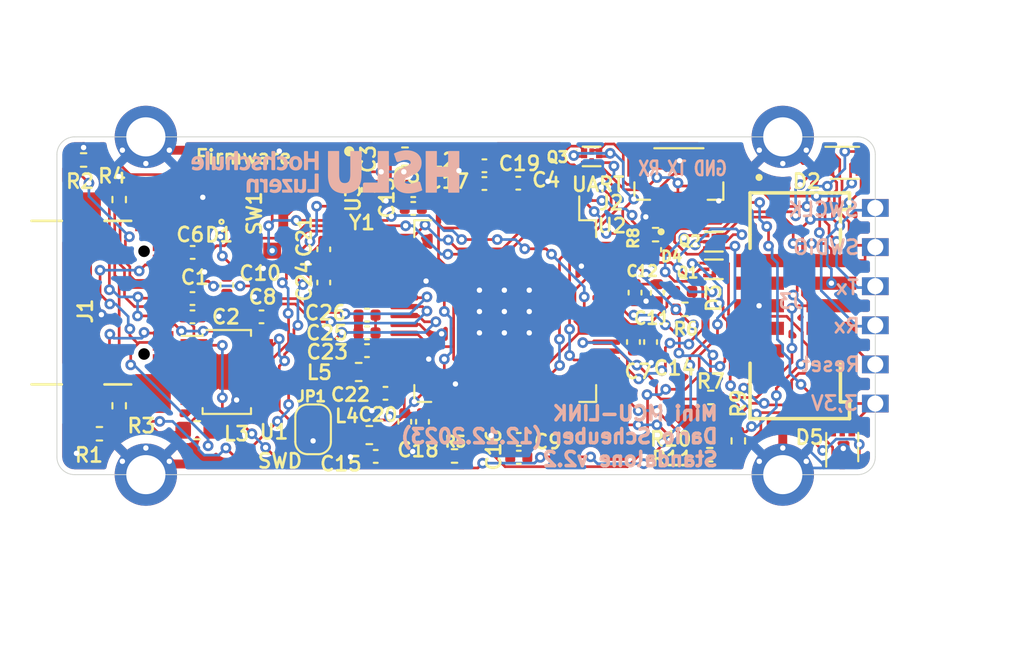
<source format=kicad_pcb>
(kicad_pcb (version 20240108) (generator "pcbnew") (generator_version "8.0")
  (title_block (date "2023-11-16") (rev "V2.1"))
  (layers (0 "F.Cu" signal) (31 "B.Cu" signal) (34 "B.Paste" user) (35 "F.Paste" user) (36 "B.SilkS" user "B.Silkscreen") (37 "F.SilkS" user "F.Silkscreen") (38 "B.Mask" user) (39 "F.Mask" user) (44 "Edge.Cuts" user))
  (net 0 "")
  (net 1 "+5V")
  (net 2 "GND")
  (net 3 "/MCU-LINK Power and USB/MCU_VDDIO")
  (net 4 "/MCU-LINK Power and USB/USB_VBUS")
  (net 5 "+3V3")
  (net 6 "Net-(U2A-VBAT_DCDC)")
  (net 7 "/MCU-LINK Power and USB/Q-")
  (net 8 "Net-(U2A-FB)")
  (net 9 "/MCU-LINK Power and USB/Q+")
  (net 10 "/MCU-LINK Power and USB/USB_D+")
  (net 11 "/MCU-LINK Power and USB/USB_D-")
  (net 12 "/Debug and UART Interface/SWDIO")
  (net 13 "/Debug and UART Interface/SWCLK")
  (net 14 "Net-(D3-A)")
  (net 15 "PROBE_SWDCLK")
  (net 16 "PROBE_SWDIO")
  (net 17 "/Debug and UART Interface/PIO0_5-ISP_EN-LED1_CTRL")
  (net 18 "Net-(U2A-LX)")
  (net 19 "Net-(D4-A)")
  (net 20 "Net-(U2B-USB1_VBUS)")
  (net 21 "/Debug and UART Interface/TARGET_SWDIO")
  (net 22 "/Debug and UART Interface/TARGET_SWO")
  (net 23 "/Debug and UART Interface/TARGET_RXD")
  (net 24 "/Debug and UART Interface/TARGET_TXD")
  (net 25 "/Debug and UART Interface/TARGET_SWCLK")
  (net 26 "/Debug and UART Interface/TARGET_DETECT")
  (net 27 "/Debug and UART Interface/TARGET_RESET")
  (net 28 "/Debug and UART Interface/TARGET_ISP_CTRL")
  (net 57 "Net-(J1-CC1)")
  (net 58 "Net-(J1-CC2)")
  (net 59 "Net-(D5A-K1)")
  (net 60 "/Debug and UART Interface/VCC")
  (net 62 "/Debug and UART Interface/RESET")
  (net 63 "Net-(D5B-K2)")
  (net 66 "/Debug and UART Interface/TXD")
  (net 67 "/Debug and UART Interface/RXD")
  (net 68 "unconnected-(Q1B-D-Pad3)")
  (net 71 "Net-(D2C-K3)")
  (net 72 "/Debug and UART Interface/TARGET_SWDCLK")
  (net 73 "Net-(JP1-A)")
  (footprint "Jumper:SolderJumper-2_P1.3mm_Open_RoundedPad1.0x1.5mm" (layer "F.Cu") (at 149.4 77.45 -90)
    (property "Reference" "JP1")
    (property "Value" "SWD disable")
  )
  (footprint "Capacitor_SMD:C_0402_1005Metric" (layer "F.Cu") (at 153.47 75.425)
    (property "Reference" "C22")
    (property "Value" "22u")
  )
  (footprint "Capacitor_SMD:C_0402_1005Metric" (layer "F.Cu") (at 150 67.325 90)
    (property "Reference" "C21")
    (property "Value" "8p")
  )
  (footprint "mculink:JST_BM03B-SRSS-TB_LF__SN_" (layer "F.Cu") (at 169.959596 62.338967)
    (property "Reference" "J2")
    (property "Value" "BM03B-SRSS-TB")
  )
  (footprint "mculink:LQFP-64-1EP_10x10mm_P0.5mm_EP5x5mm" (layer "F.Cu") (at 160.2 70.8 -90)
    (property "Reference" "U2")
    (property "Value" "LPC55S69JBD64")
  )
  (footprint "Inductor_SMD:L_0603_1608Metric" (layer "F.Cu") (at 151.9625 74.225 180)
    (property "Reference" "L5")
    (property "Value" "4u7")
  )
  (footprint "Capacitor_SMD:C_0402_1005Metric" (layer "F.Cu") (at 146.5 71.125)
    (property "Reference" "C8")
    (property "Value" "100n")
  )
  (footprint "Package_TO_SOT_SMD:SOT-666" (layer "F.Cu") (at 179.141859 78.45 90)
    (property "Reference" "D5")
    (property "Value" "PESD5V0L5UV")
  )
  (footprint "mculink:SOT1216" (layer "F.Cu") (at 171.925 66.9)
    (property "Reference" "Q2")
    (property "Value" "PMDXB290UNE")
  )
  (footprint "Capacitor_SMD:C_0402_1005Metric" (layer "F.Cu") (at 144.55 69.345 90)
    (property "Reference" "C10")
    (property "Value" "10u")
  )
  (footprint "Resistor_SMD:R_0402_1005Metric" (layer "F.Cu") (at 171.750781 75.658112 180)
    (property "Reference" "R7")
    (property "Value" "100")
  )
  (footprint "Capacitor_SMD:C_0402_1005Metric" (layer "F.Cu") (at 152.43 73.025 180)
    (property "Reference" "C23")
    (property "Value" "47p")
  )
  (footprint "Capacitor_SMD:C_0402_1005Metric" (layer "F.Cu") (at 152.92 78.97375 180)
    (property "Reference" "C15")
    (property "Value" "22u")
  )
  (footprint "mculink:SW_C_K_KMR2" (layer "F.Cu") (at 146.3 65.35 -90)
    (property "Reference" "SW1")
    (property "Value" "KMR221GLFS")
  )
  (footprint "mculink:SOT143B" (layer "F.Cu") (at 143.25 64.275 90)
    (property "Reference" "D1")
    (property "Value" "PRTR5V0U2X")
  )
  (footprint "mculink:castellated pin" (layer "F.Cu") (at 180.425 76)
    (property "Reference" "H9" (hide yes))
    (property "Value" "3.3V")
  )
  (footprint "Capacitor_SMD:C_0402_1005Metric" (layer "F.Cu") (at 167.406906 72.538347 -90)
    (property "Reference" "C7")
    (property "Value" "100n")
  )
  (footprint "mculink:SOT1216" (layer "F.Cu") (at 165.055 62.1)
    (property "Reference" "Q3")
    (property "Value" "PMDXB290UNE")
  )
  (footprint "Resistor_SMD:R_0402_1005Metric" (layer "F.Cu") (at 137.39 77.7)
    (property "Reference" "R1")
    (property "Value" "5k1")
  )
  (footprint "mculink:SOT-89-5" (layer "F.Cu") (at 144.55 74.225)
    (property "Reference" "U1")
    (property "Value" "XC6227C331PR-G")
  )
  (footprint "LED_SMD:LED_0402_1005Metric" (layer "F.Cu") (at 170.215 69.7)
    (property "Reference" "D3")
    (property "Value" "LED_RED")
  )
  (footprint "Capacitor_SMD:C_0402_1005Metric" (layer "F.Cu") (at 152.43 72.025 180)
    (property "Reference" "C25")
    (property "Value" "100n")
  )
  (footprint "Capacitor_SMD:C_0402_1005Metric" (layer "F.Cu") (at 155.03 65.025 180)
    (property "Reference" "C13")
    (property "Value" "10n")
  )
  (footprint "Capacitor_SMD:C_0402_1005Metric" (layer "F.Cu") (at 160.961445 78.017113 180)
    (property "Reference" "C9")
    (property "Value" "100n")
  )
  (footprint "Capacitor_SMD:C_0402_1005Metric" (layer "F.Cu") (at 142.63 67.5)
    (property "Reference" "C6")
    (property "Value" "10n")
  )
  (footprint "Capacitor_SMD:C_0402_1005Metric" (layer "F.Cu") (at 142.62 70.095)
    (property "Reference" "C1")
    (property "Value" "10u")
  )
  (footprint "Inductor_SMD:L_0603_1608Metric" (layer "F.Cu") (at 142.8875 77.5 180)
    (property "Reference" "L3")
    (property "Value" "MI0603J601R-10")
  )
  (footprint "Resistor_SMD:R_0402_1005Metric" (layer "F.Cu") (at 168.65 66.5 180)
    (property "Reference" "R8")
    (property "Value" "100k")
  )
  (footprint "Capacitor_SMD:C_0402_1005Metric" (layer "F.Cu") (at 168.369202 72.541017 -90)
    (property "Reference" "C14")
    (property "Value" "10n")
  )
  (footprint "Resistor_SMD:R_0402_1005Metric" (layer "F.Cu") (at 170.3 70.7)
    (property "Reference" "R6")
    (property "Value" "2k")
  )
  (footprint "Capacitor_SMD:C_0402_1005Metric" (layer "F.Cu") (at 159.03 62.625 180)
    (property "Reference" "C19")
    (property "Value" "47p")
  )
  (footprint "Capacitor_SMD:C_0402_1005Metric" (layer "F.Cu") (at 167.496779 69.761871 -90)
    (property "Reference" "C12")
    (property "Value" "10n")
  )
  (footprint "Resistor_SMD:R_0402_1005Metric" (layer "F.Cu") (at 138.5 64.525 -90)
    (property "Reference" "R4")
    (property "Value" "20k")
  )
  (footprint "mculink:castellated pin" (layer "F.Cu") (at 180.8 67.2)
    (property "Reference" "H8" (hide yes))
    (property "Value" "SWDIO")
  )
  (footprint "mculink:MountingHole_2.2mm_M2_ISO7380_Pad_TopBottom_with_holes" (layer "F.Cu") (at 140 80 180)
    (property "Reference" "H2" (hide yes))
    (property "Value" "MountingHole_Pad")
  )
  (footprint "mculink:SOT95P280X145-5N" (layer "F.Cu") (at 149.7 63.3 -90)
    (property "Reference" "U3")
    (property "Value" "STMPS2141STR")
  )
  (footprint "Capacitor_SMD:C_0402_1005Metric" (layer "F.Cu") (at 160.961445 79.017113 180)
    (property "Reference" "C16")
    (property "Value" "10n")
  )
  (footprint "Inductor_SMD:L_0603_1608Metric" (layer "F.Cu") (at 152.56 77.77375)
    (property "Reference" "L4")
    (property "Value" "MI0603J601R-10")
  )
  (footprint "mculink:MountingHole_2.2mm_M2_ISO7380_Pad_TopBottom_with_holes" (layer "F.Cu") (at 175.8 61)
    (property "Reference" "H3" (hide yes))
    (property "Value" "MountingHole_Pad")
  )
  (footprint "Capacitor_SMD:C_0402_1005Metric" (layer "F.Cu") (at 152.43 71.025 180)
    (property "Reference" "C26")
    (property "Value" "22u")
  )
  (footprint "Capacitor_SMD:C_0402_1005Metric" (layer "F.Cu") (at 154.55 77.025 -90)
    (property "Reference" "C20")
    (property "Value" "47p")
  )
  (footprint "Diode_SMD:Nexperia_DSN0603-2_0.6x0.3mm_P0.4mm" (layer "F.Cu") (at 168.4 67.35 180)
    (property "Reference" "D4")
    (property "Value" "PMEG3005AESFYL")
  )
  (footprint "Capacitor_SMD:C_0402_1005Metric" (layer "F.Cu") (at 155.03 64.025 180)
    (property "Reference" "C5")
    (property "Value" "100n")
  )
  (footprint "mculink:USB_C_Receptacle_GCT_USB4110-GF-A" (layer "F.Cu") (at 137.275 70.325 -90)
    (property "Reference" "J1")
    (property "Value" "USB4110-GF-A_REVB")
  )
  (footprint "mculink:castellated pin" (layer "F.Cu") (at 180.8 65.1)
    (property "Reference" "H6" (hide yes))
    (property "Value" "SWCLK")
  )
  (footprint "Capacitor_SMD:C_0402_1005Metric" (layer "F.Cu") (at 142.62 71.125)
    (property "Reference" "C2")
    (property "Value" "100n")
  )
  (footprint "Resistor_SMD:R_0402_1005Metric" (layer "F.Cu") (at 157.35 78.95 180)
    (property "Reference" "R5")
    (property "Value" "10k")
  )
  (footprint "mculink:castellated pin" (layer "F.Cu") (at 180.6 69.4)
    (property "Reference" "H7" (hide yes))
    (property "Value" "TXD")
  )
  (footprint "mculink:CX3225GA16000D0PTVCC" (layer "F.Cu") (at 151.95 68.325 -90)
    (property "Reference" "Y1")
    (property "Value" "16.000MHz")
  )
  (footprint "Capacitor_SMD:C_0402_1005Metric" (layer "F.Cu") (at 152.5 63.98 -90)
    (property "Reference" "C3")
    (property "Value" "4u7")
  )
  (footprint "mculink:MountingHole_2.2mm_M2_ISO7380_Pad_TopBottom_with_holes" (layer "F.Cu") (at 140 61)
    (property "Reference" "H1" (hide yes))
    (property "Value" "MountingHole_Pad")
  )
  (footprint "Resistor_SMD:R_0402_1005Metric" (layer "F.Cu") (at 136.5 62.3 180)
    (property "Reference" "R2")
    (property "Value" "5k1")
  )
  (footprint "Capacitor_SMD:C_0402_1005Metric" (layer "F.Cu") (at 155.55 77.025 -90)
    (property "Reference" "C18")
    (property "Value" "100n")
  )
  (footprint "Capacitor_SMD:C_0402_1005Metric" (layer "F.Cu") (at 150 69.195 -90)
    (property "Reference" "C24")
    (property "Value" "8p")
  )
  (footprint "Resistor_SMD:R_0402_1005Metric" (layer "F.Cu") (at 173.3 78.1 90)
    (property "Reference" "R9")
    (property "Value" "100k")
  )
  (footprint "Resistor_SMD:R_0402_1005Metric" (layer "F.Cu") (at 138.5 76.125 -90)
    (property "Reference" "R3")
    (property "Value" "10k")
  )
  (footprint "Capacitor_SMD:C_0402_1005Metric" (layer "F.Cu") (at 160.93255 63.606159)
    (property "Reference" "C4")
    (property "Value" "100n")
  )
  (footprint "Resistor_SMD:R_0402_1005Metric" (layer "F.Cu") (at 171.694307 78.877927)
    (property "Reference" "R11")
    (property "Value" "10")
  )
  (footprint "mculink:castellated pin" (layer "F.Cu") (at 180.5 73.8)
    (property "Reference" "H10" (hide yes))
    (property "Value" "Reset")
  )
  (footprint "Capacitor_SMD:C_0402_1005Metric" (layer "F.Cu") (at 168.75 69.77 -90)
    (property "Reference" "C11")
    (property "Value" "100n")
  )
  (footprint "mculink:SWD_Pin_Header_Straight_2x05_Pitch1.27mm_SMD" (layer "F.Cu") (at 176.5 70.5 -90)
    (property "Reference" "J3")
    (property "Value" "Conn_02x05_Odd_Even")
  )
  (footprint "Package_TO_SOT_SMD:SOT-666" (layer "F.Cu") (at 179.295 62.46)
    (property "Reference" "D2")
    (property "Value" "PESD5V0L5UV")
  )
  (footprint "mculink:SOT1216" (layer "F.Cu") (at 171.925 68.45)
    (property "Reference" "Q1")
    (property "Value" "PMDXB290UNE")
  )
  (footprint "Inductor_SMD:L_0603_1608Metric" (layer "F.Cu") (at 154.565727 62.106259 180)
    (property "Reference" "L2")
    (property "Value" "MI0603J601R-10")
  )
  (footprint "Resistor_SMD:R_0402_1005Metric" (layer "F.Cu") (at 171.701796 77.799439)
    (property "Reference" "R10")
    (property "Value" "2k")
  )
  (footprint "Capacitor_SMD:C_0402_1005Metric" (layer "F.Cu") (at 159.03 63.625 180)
    (property "Reference" "C17")
    (property "Value" "100n")
  )
  (footprint "mculink:MountingHole_2.2mm_M2_ISO7380_Pad_TopBottom_with_holes" (layer "F.Cu") (at 175.8 80 180)
    (property "Reference" "H4" (hide yes))
    (property "Value" "MountingHole_Pad")
  )
  (footprint "mculink:castellated pin" (layer "F.Cu") (at 180.6 71.6)
    (property "Reference" "H5" (hide yes))
    (property "Value" "RXD")
  )
  (footprint "mculink:Hochschule_Luzern_New" (layer "B.Cu") (at 153.5 61.8 180)
    (property "Reference" "L1" (hide yes))
    (property "Value" "Logo HSLU" (hide yes))
  )
  (gr_line (start 135 79) (end 135 62) (stroke (width 0.05)) (layer "Edge.Cuts"))
  (gr_arc (start 180 61) (mid 180.707106 61.292893) (end 181 62) (stroke (width 0.05)) (layer "Edge.Cuts"))
  (gr_line (start 181 62) (end 181 79) (stroke (width 0.05)) (layer "Edge.Cuts"))
  (gr_line (start 136 61) (end 180 61) (stroke (width 0.05)) (layer "Edge.Cuts"))
  (gr_arc (start 181 79) (mid 180.707107 79.707106) (end 180 80) (stroke (width 0.05)) (layer "Edge.Cuts"))
  (gr_line (start 180 80) (end 136 80) (stroke (width 0.05)) (layer "Edge.Cuts"))
  (gr_arc (start 135 62) (mid 135.292893 61.292894) (end 136 61) (stroke (width 0.05)) (layer "Edge.Cuts"))
  (gr_arc (start 136 80) (mid 135.292894 79.707107) (end 135 79) (stroke (width 0.05)) (layer "Edge.Cuts"))
  (gr_text "Reset" (at 180.24 74.27 0) (layer "B.SilkS") (effects (font (size 0.8 0.8)) (justify left bottom mirror)))
  (gr_text "3,3V" (at 180.09 76.45 0) (layer "B.SilkS") (effects (font (size 0.8 0.8)) (justify left bottom mirror)))
  (gr_text "Rx" (at 180.22 72.1 0) (layer "B.SilkS") (effects (font (size 0.8 0.8)) (justify left bottom mirror)))
  (gr_text "Tx" (at 180.15 69.94 0) (layer "B.SilkS") (effects (font (size 0.8 0.8)) (justify left bottom mirror)))
  (gr_text "SWDIO" (at 180.18 67.68 0) (layer "B.SilkS") (effects (font (size 0.8 0.8)) (justify left bottom mirror)))
  (gr_text "Mini MCU-LINK\nDario Scheuber (12.12.2023)\nStandalone v2.2" (at 172.25 79.6 0) (layer "B.SilkS") (effects (font (size 0.8 0.8) (thickness 0.2) (bold yes)) (justify left bottom mirror)))
  (gr_text "SWCLK" (at 180.14 65.55 0) (layer "B.SilkS") (effects (font (size 0.8 0.8)) (justify left bottom mirror)))
  (gr_text "GND TX RX" (at 172.74 63.25 0) (layer "B.SilkS") (effects (font (size 0.8 0.6) (thickness 0.15) (bold yes)) (justify left bottom mirror)))
  (gr_text "Firmware" (at 142.7 62.6 0) (layer "F.SilkS") (effects (font (size 0.8 0.8) (thickness 0.15) (bold yes)) (justify left bottom)))
  (gr_text "SWD" (at 146.2 79.7 0) (layer "F.SilkS") (effects (font (size 0.8 0.8)) (justify left bottom)))
  (gr_text "UART" (at 163.85 64.14 0) (layer "F.SilkS") (effects (font (size 0.8 0.8)) (justify left bottom)))
  (segment (start 171.5 68.45) (end 171.125 68.45) (width 0.15) (layer "F.Cu") (net 1))
  (segment (start 165.923332 62.1) (end 165.48 62.1) (width 0.15) (layer "F.Cu") (net 1))
  (segment (start 145.375 76.75) (end 146.4 75.725) (width 0.15) (layer "F.Cu") (net 1))
  (segment (start 171.605 72.334117) (end 170.574405 73.364712) (width 0.15) (layer "F.Cu") (net 1))
  (segment (start 138.8005 77.4005) (end 140.441789 77.4005) (width 0.15) (layer "F.Cu") (net 1))
  (segment (start 171.125 68.45) (end 170.795 68.78) (width 0.15) (layer "F.Cu") (net 1))
  (segment (start 144.3 76.75) (end 145.375 76.75) (width 0.15) (layer "F.Cu") (net 1))
  (segment (start 164.051186 62.047449) (end 164.103737 62.1) (width 0.15) (layer "F.Cu") (net 1))
  (segment (start 138.5 76.635) (end 138.5 77.1) (width 0.15) (layer "F.Cu") (net 1))
  (segment (start 142.7 72.725) (end 142.7 71.685) (width 0.15) (layer "F.Cu") (net 1))
  (segment (start 170.322413 68.78) (end 169.901608 68.359195) (width 0.15) (layer "F.Cu") (net 1))
  (segment (start 172.61 66.9) (end 172.35 66.9) (width 0.15) (layer "F.Cu") (net 1))
  (segment (start 146.73 78.47) (end 147.885 79.625) (width 0.15) (layer "F.Cu") (net 1))
  (segment (start 144.3 76.75) (end 144.3 75.6745) (width 0.15) (layer "F.Cu") (net 1))
  (segment (start 166.803811 65.621399) (end 166.803811 65.120143) (width 0.15) (layer "F.Cu") (net 1))
  (segment (start 173.5 66.5) (end 173.01 66.5) (width 0.15) (layer "F.Cu") (net 1))
  (segment (start 140.666289 77.625) (end 141.95 77.625) (width 0.15) (layer "F.Cu") (net 1))
  (segment (start 164.103737 62.1) (end 164.63 62.1) (width 0.15) (layer "F.Cu") (net 1))
  (segment (start 170.574405 73.364712) (end 170.574405 73.833839) (width 0.15) (layer "F.Cu") (net 1))
  (segment (start 169.029122 78.34175) (end 169.029122 78.170878) (width 0.15) (layer "F.Cu") (net 1))
  (segment (start 162.170945 79.027613) (end 162.198558 79) (width 0.15) (layer "F.Cu") (net 1))
  (segment (start 142.825 76.75) (end 144.3 76.75) (width 0.15) (layer "F.Cu") (net 1))
  (segment (start 158.657602 79.625) (end 157.6 79.625) (width 0.15) (layer "F.Cu") (net 1))
  (segment (start 171.056584 66.9) (end 171.5 66.9) (width 0.15) (layer "F.Cu") (net 1))
  (segment (start 171.8245 69.719853) (end 171.6 69.944353) (width 0.15) (layer "F.Cu") (net 1))
  (segment (start 167.345 67.145) (end 167.345 66.162588) (width 0.15) (layer "F.Cu") (net 1))
  (segment (start 171.6 70.236619) (end 171.605 70.241619) (width 0.15) (layer "F.Cu") (net 1))
  (segment (start 167.345 66.162588) (end 166.803811 65.621399) (width 0.15) (layer "F.Cu") (net 1))
  (segment (start 145.375 76.75) (end 145.375 77.115) (width 0.15) (layer "F.Cu") (net 1))
  (segment (start 169.510303 68.0695) (end 168.2695 68.0695) (width 0.15) (layer "F.Cu") (net 1))
  (segment (start 170.795 68.78) (end 170.322413 68.78) (width 0.15) (layer "F.Cu") (net 1))
  (segment (start 171.6 69.944353) (end 171.6 70.236619) (width 0.15) (layer "F.Cu") (net 1))
  (segment (start 147.885 79.625) (end 157.85 79.625) (width 0.15) (layer "F.Cu") (net 1))
  (segment (start 169.901608 68.359195) (end 169.850803 68.41) (width 0.15) (layer "F.Cu") (net 1))
  (segment (start 140.441789 77.4005) (end 140.666289 77.625) (width 0.15) (layer "F.Cu") (net 1))
  (segment (start 157.86 79.615) (end 157.85 79.625) (width 0.15) (layer "F.Cu") (net 1))
  (segment (start 142.7 71.685) (end 142.14 71.125) (width 0.15) (layer "F.Cu") (net 1))
  (segment (start 171.605 70.241619) (end 171.605 72.334117) (width 0.15) (layer "F.Cu") (net 1))
  (segment (start 162.198558 79) (end 165 79) (width 0.15) (layer "F.Cu") (net 1))
  (segment (start 144.3 72.725) (end 142.7 72.725) (width 0.15) (layer "F.Cu") (net 1))
  (segment (start 142.14 71.125) (end 142.14 70.095) (width 0.15) (layer "F.Cu") (net 1))
  (segment (start 169.850803 68.41) (end 169.510303 68.0695) (width 0.15) (layer "F.Cu") (net 1))
  (segment (start 145.375 77.115) (end 145.959122 77.699122) (width 0.15) (layer "F.Cu") (net 1))
  (segment (start 167.985436 79.385436) (end 169.029122 78.34175) (width 0.15) (layer "F.Cu") (net 1))
  (segment (start 158.928499 79.354103) (end 158.657602 79.625) (width 0.15) (layer "F.Cu") (net 1))
  (segment (start 141.95 77.625) (end 142.825 76.75) (width 0.15) (layer "F.Cu") (net 1))
  (segment (start 170.881584 67.075) (end 171.056584 66.9) (width 0.15) (layer "F.Cu") (net 1))
  (segment (start 166.098173 61.925159) (end 165.923332 62.1) (width 0.15) (layer "F.Cu") (net 1))
  (segment (start 166.803811 65.120143) (end 167.4245 64.499454) (width 0.15) (layer "F.Cu") (net 1))
  (segment (start 173.01 66.5) (end 172.61 66.9) (width 0.15) (layer "F.Cu") (net 1))
  (segment (start 168.2695 68.0695) (end 167.345 67.145) (width 0.15) (layer "F.Cu") (net 1))
  (segment (start 157.86 78.95) (end 157.86 79.615) (width 0.15) (layer "F.Cu") (net 1))
  (segment (start 138.5 77.1) (end 138.8005 77.4005) (width 0.15) (layer "F.Cu") (net 1))
  (via (at 170.574405 73.833839) (size 0.6) (drill 0.3) (layers "F.Cu" "B.Cu") (net 1))
  (via (at 146.73 78.47) (size 0.6) (drill 0.3) (layers "F.Cu" "B.Cu") (net 1))
  (via (at 144.3 75.6745) (size 0.6) (drill 0.3) (layers "F.Cu" "B.Cu") (net 1))
  (via (at 173.5 66.5) (size 0.6) (drill 0.3) (layers "F.Cu" "B.Cu") (net 1))
  (via (at 171.8245 69.719853) (size 0.6) (drill 0.3) (layers "F.Cu" "B.Cu") (net 1))
  (via (at 169.029122 78.170878) (size 0.6) (drill 0.3) (layers "F.Cu" "B.Cu") (net 1))
  (via (at 167.985436 79.385436) (size 0.6) (drill 0.3) (layers "F.Cu" "B.Cu") (net 1))
  (via (at 170.881584 67.075) (size 0.6) (drill 0.3) (layers "F.Cu" "B.Cu") (net 1))
  (via (at 164.051186 62.047449) (size 0.6) (drill 0.3) (layers "F.Cu" "B.Cu") (net 1))
  (via (at 145.959122 77.699122) (size 0.6) (drill 0.3) (layers "F.Cu" "B.Cu") (net 1))
  (via (at 158.928499 79.354103) (size 0.6) (drill 0.3) (layers "F.Cu" "B.Cu") (net 1))
  (via (at 144.3 72.725) (size 0.6) (drill 0.3) (layers "F.Cu" "B.Cu") (net 1))
  (via (at 165 79) (size 0.6) (drill 0.3) (layers "F.Cu" "B.Cu") (net 1))
  (via (at 167.4245 64.499454) (size 0.6) (drill 0.3) (layers "F.Cu" "B.Cu") (net 1))
  (via (at 162.170945 79.027613) (size 0.6) (drill 0.3) (layers "F.Cu" "B.Cu") (net 1))
  (via (at 166.098173 61.925159) (size 0.6) (drill 0.3) (layers "F.Cu" "B.Cu") (net 1))
  (via (at 169.901608 68.359195) (size 0.6) (drill 0.3) (layers "F.Cu" "B.Cu") (net 1))
  (segment (start 173.18 66.18) (end 171.776584 66.18) (width 0.15) (layer "B.Cu") (net 1))
  (segment (start 169.901608 68.359195) (end 169.901608 69.051608) (width 0.15) (layer "B.Cu") (net 1))
  (segment (start 170.625 73.884434) (end 170.574405 73.833839) (width 0.15) (layer "B.Cu") (net 1))
  (segment (start 165 79) (end 165.385436 79.385436) (width 0.15) (layer "B.Cu") (net 1))
  (segment (start 170.569853 69.719853) (end 171.8245 69.719853) (width 0.15) (layer "B.Cu") (net 1))
  (segment (start 166.835096 63.935096) (end 166.835096 62.426613) (width 0.15) (layer "B.Cu") (net 1))
  (segment (start 169.901608 69.051608) (end 170.569853 69.719853) (width 0.15) (layer "B.Cu") (net 1))
  (segment (start 164.173476 61.925159) (end 164.051186 62.047449) (width 0.15) (layer "B.Cu") (net 1))
  (segment (start 169.029122 78.170878) (end 170.625 76.575) (width 0.15) (layer "B.Cu") (net 1))
  (segment (start 166.333642 61.925159) (end 166.098173 61.925159) (width 0.15) (layer "B.Cu") (net 1))
  (segment (start 170.625 76.575) (end 170.625 73.884434) (width 0.15) (layer "B.Cu") (net 1))
  (segment (start 171.776584 66.18) (end 170.881584 67.075) (width 0.15) (layer "B.Cu") (net 1))
  (segment (start 173.5 66.5) (end 173.18 66.18) (width 0.15) (layer "B.Cu") (net 1))
  (segment (start 169.901608 68.359195) (end 169.901608 67.778392) (width 0.15) (layer "B.Cu") (net 1))
  (segment (start 167.4245 64.499454) (end 167.399454 64.499454) (width 0.15) (layer "B.Cu") (net 1))
  (segment (start 165.385436 79.385436) (end 167.985436 79.385436) (width 0.15) (layer "B.Cu") (net 1))
  (segment (start 166.098173 61.925159) (end 164.173476 61.925159) (width 0.15) (layer "B.Cu") (net 1))
  (segment (start 170.605 67.075) (end 170.881584 67.075) (width 0.15) (layer "B.Cu") (net 1))
  (segment (start 145.959122 77.699122) (end 146.73 78.47) (width 0.15) (layer "B.Cu") (net 1))
  (segment (start 166.835096 62.426613) (end 166.333642 61.925159) (width 0.15) (layer "B.Cu") (net 1))
  (segment (start 144.3 75.6745) (end 144.3 72.725) (width 0.15) (layer "B.Cu") (net 1))
  (segment (start 161.844455 79.354103) (end 162.170945 79.027613) (width 0.15) (layer "B.Cu") (net 1))
  (segment (start 169.901608 67.778392) (end 170.605 67.075) (width 0.15) (layer "B.Cu") (net 1))
  (segment (start 158.928499 79.354103) (end 161.844455 79.354103) (width 0.15) (layer "B.Cu") (net 1))
  (segment (start 167.399454 64.499454) (end 166.835096 63.935096) (width 0.15) (layer "B.Cu") (net 1))
  (segment (start 158.45 75.775736) (end 158.45 76.475) (width 0.15) (layer "F.Cu") (net 2))
  (segment (start 140.97 74.13) (end 140.4 74.7) (width 0.6) (layer "F.Cu") (net 2))
  (segment (start 138.5 63.25) (end 138.4745 63.2245) (width 0.15) (layer "F.Cu") (net 2))
  (segment (start 157.574264 74.9) (end 158.45 75.775736) (width 0.15) (layer "F.Cu") (net 2))
  (segment (start 143.55 61.75) (end 143.6 61.8) (width 0.15) (layer "F.Cu") (net 2))
  (segment (start 179.2 78.5245) (end 179.2 79.289973) (width 0.15) (layer "F.Cu") (net 2))
  (segment (start 146.1 70) (end 146.451472 70) (width 0.15) (layer "F.Cu") (net 2))
  (segment (start 142.3 79.4) (end 141.47 79.4) (width 0.5) (layer "F.Cu") (net 2))
  (segment (start 140.97 73.525) (end 140.97 74.13) (width 0.6) (layer "F.Cu") (net 2))
  (segment (start 143.2 64.4) (end 141.215 64.4) (width 0.6) (layer "F.Cu") (net 2))
  (segment (start 155.383273 71.55) (end 155.909252 72.075979) (width 0.15) (layer "F.Cu") (net 2))
  (segment (start 150 66.845) (end 149.1 67.745) (width 0.15) (layer "F.Cu") (net 2))
  (segment (start 140.4 66) (end 140.4 65.215) (width 0.6) (layer "F.Cu") (net 2))
  (segment (start 141.32 61.75) (end 143.55 61.75) (width 0.5) (layer "F.Cu") (net 2))
  (segment (start 175.8 78.5) (end 175.8 77.3) (width 0.5) (layer "F.Cu") (net 2))
  (segment (start 168.410869 73.018407) (end 168.410869 73.689131) (width 0.15) (layer "F.Cu") (net 2))
  (segment (start 138.5 64.015) (end 138.5 63.25) (width 0.15) (layer "F.Cu") (net 2))
  (segment (start 140.4 74.7) (end 140.4 75.435) (width 0.6) (layer "F.Cu") (net 2))
  (segment (start 176.925 62.5) (end 175.8 61.375) (width 0.15) (layer "F.Cu") (net 2))
  (segment (start 145.6 67.4) (end 145.5 67.4) (width 0.15) (layer "F.Cu") (net 2))
  (segment (start 147.725 65.35) (end 148 65.35) (width 0.15) (layer "F.Cu") (net 2))
  (segment (start 146.6 68.4) (end 145.6 67.4) (width 0.15) (layer "F.Cu") (net 2))
  (segment (start 158.95 65.125) (end 158.95 64.025) (width 0.15) (layer "F.Cu") (net 2))
  (segment (start 141.215 64.4) (end 140.4 65.215) (width 0.15) (layer "F.Cu") (net 2))
  (segment (start 146.451472 70) (end 146.98 70.528528) (width 0.15) (layer "F.Cu") (net 2))
  (segment (start 141 66.6) (end 140.4 66) (width 0.6) (layer "F.Cu") (net 2))
  (segment (start 158.95 64.025) (end 158.55 63.625) (width 0.15) (layer "F.Cu") (net 2))
  (segment (start 140.9575 67.125) (end 141 67.0825) (width 0.6) (layer "F.Cu") (net 2))
  (segment (start 141.47 79.4) (end 141.32 79.25) (width 0.5) (layer "F.Cu") (net 2))
  (segment (start 168.410869 73.689131) (end 168.4 73.7) (width 0.15) (layer "F.Cu") (net 2))
  (segment (start 142.3 79.4) (end 142.5 79.4) (width 0.15) (layer "F.Cu") (net 2))
  (segment (start 136.5 61.6) (end 137.01 62.11) (width 0.15) (layer "F.Cu") (net 2))
  (segment (start 150 69.675) (end 149.1 68.775) (width 0.15) (layer "F.Cu") (net 2))
  (segment (start 152.7 76.4) (end 152.975 76.4) (width 0.15) (layer "F.Cu") (net 2))
  (segment (start 176.175 61.375) (end 175.8 61.375) (width 0.15) (layer "F.Cu") (net 2))
  (segment (start 176.39 61.59) (end 176.175 61.375) (width 0.15) (layer "F.Cu") (net 2))
  (segment (start 172.259596 62.338967) (end 167.659596 62.338967) (width 1) (layer "F.Cu") (net 2))
  (segment (start 136.47 65.215) (end 136.47 75.435) (width 1) (layer "F.Cu") (net 2))
  (segment (start 157.4 74.9) (end 157.574264 74.9) (width 0.15) (layer "F.Cu") (net 2))
  (segment (start 154.525 69.55) (end 155.309489 69.55) (width 0.15) (layer "F.Cu") (net 2))
  (segment (start 152.975 76.4) (end 153.95 75.425) (width 0.15) (layer "F.Cu") (net 2))
  (segment (start 146.98 70.528528) (end 146.98 71.125) (width 0.15) (layer "F.Cu") (net 2))
  (segment (start 152.41375 79) (end 152.44 78.97375) (width 0.15) (layer "F.Cu") (net 2))
  (segment (start 137.01 62.11) (end 137.01 62.3) (width 0.15) (layer "F.Cu") (net 2))
  (segment (start 165.1 67.05) (end 165.875 67.05) (width 0.15) (layer "F.Cu") (net 2))
  (segment (start 148 65.35) (end 148.75 64.6) (width 0.15) (layer "F.Cu") (net 2))
  (segment (start 178.225 62.5) (end 176.925 62.5) (width 0.15) (layer "F.Cu") (net 2))
  (segment (start 164.48 67.67) (end 165.1 67.05) (width 0.15) (layer "F.Cu") (net 2))
  (segment (start 144.55 68.865) (end 144.285 68.6) (width 0.15) (layer "F.Cu") (net 2))
  (segment (start 154.525 71.55) (end 155.383273 71.55) (width 0.15) (layer "F.Cu") (net 2))
  (segment (start 155.909252 72.075979) (end 156.623739 72.075979) (width 0.15) (layer "F.Cu") (net 2))
  (segment (start 144.285 68.6) (end 143.3 68.6) (width 0.15) (layer "F.Cu") (net 2))
  (segment (start 164.48 68.27) (end 164.48 67.67) (width 0.15) (layer "F.Cu") (net 2))
  (segment (start 141 67.0825) (end 141 66.6) (width 0.6) (layer "F.Cu") (net 2))
  (segment (start 149.1 67.745) (end 149.1 68.1) (width 0.15) (layer "F.Cu") (net 2))
  (segment (start 155.309489 69.55) (end 155.7495 69.109989) (width 0.15) (layer "F.Cu") (net 2))
  (segment (start 179.2 79.289973) (end 179.141859 79.348114) (width 0.15) (layer "F.Cu") (net 2))
  (segment (start 149.1 68.775) (end 149.1 68.1) (width 0.15) (layer "F.Cu") (net 2))
  (via (at 143.2 64.4) (size 0.6) (drill 0.3) (layers "F.Cu" "B.Cu") (net 2))
  (via (at 161.55 72.025) (size 0.6) (drill 0.3) (layers "F.Cu" "B.Cu") (net 2))
  (via (at 160.15 70.825) (size 0.6) (drill 0.3) (layers "F.Cu" "B.Cu") (net 2))
  (via (at 151.5 79) (size 0.6) (drill 0.3) (layers "F.Cu" "B.Cu") (net 2))
  (via (at 170 62.338967) (size 0.6) (drill 0.3) (layers "F.Cu" "B.Cu") (net 2))
  (via (at 179.2 78.5245) (size 0.6) (drill 0.3) (layers "F.Cu" "B.Cu") (net 2))
  (via (at 137.5 71) (size 0.6) (drill 0.3) (layers "F.Cu" "B.Cu") (net 2))
  (via (at 168.116566 70.239852) (size 0.6) (drill 0.3) (layers "F.Cu" "B.Cu") (net 2))
  (via (at 146.6 68.4) (size 0.6) (drill 0.3) (layers "F.Cu" "B.Cu") (net 2))
  (via (at 172.2 64.6) (size 0.6) (drill 0.3) (layers "F.Cu" "B.Cu") (net 2))
  (via (at 159.4 77.8) (size 0.6) (drill 0.3) (layers "F.Cu" "B.Cu") (net 2))
  (via (at 136.1 78.8) (size 0.6) (drill 0.3) (layers "F.Cu" "B.Cu") (net 2))
  (via (at 143.3 68.6) (size 0.6) (drill 0.3) (layers "F.Cu" "B.Cu") (net 2))
  (via (at 174.4675 70.5) (size 0.6) (drill 0.3) (layers "F.Cu" "B.Cu") (net 2))
  (via (at 155 78.7) (size 0.6) (drill 0.3) (layers "F.Cu" "B.Cu") (net 2))
  (via (at 158.75 69.625) (size 0.6) (drill 0.3) (layers "F.Cu" "B.Cu") (net 2))
  (via (at 157.6 62.9) (size 0.6) (drill 0.3) (layers "F.Cu" "B.Cu") (net 2))
  (via (at 164.48 68.27) (size 0.6) (drill 0.3) (layers "F.Cu" "B.Cu") (net 2))
  (via (at 149.1 68.1) (size 0.6) (drill 0.3) (layers "F.Cu" "B.Cu") (net 2))
  (via (at 146.1 70) (size 0.6) (drill 0.3) (layers "F.Cu" "B.Cu") (net 2))
  (via (at 157.4 74.9) (size 0.6) (drill 0.3) (layers "F.Cu" "B.Cu") (net 2))
  (via (at 158.75 72.025) (size 0.6) (drill 0.3) (layers "F.Cu" "B.Cu") (net 2))
  (via (at 156.623739 72.075979) (size 0.6) (drill 0.3) (layers "F.Cu" "B.Cu") (net 2))
  (via (at 155.9 73.5) (size 0.6) (drill 0.3) (layers "F.Cu" "B.Cu") (net 2))
  (via (at 138.4745 63.2245) (size 0.6) (drill 0.3) (layers "F.Cu" "B.Cu") (net 2))
  (via (at 168.4 73.7) (size 0.6) (drill 0.3) (layers "F.Cu" "B.Cu") (net 2))
  (via (at 145.1 75.8) (size 0.6) (drill 0.3) (layers "F.Cu" "B.Cu") (net 2))
  (via (at 144.1 71.1) (size 0.6) (drill 0.3) (layers "F.Cu" "B.Cu") (net 2))
  (via (at 161.55 70.825) (size 0.6) (drill 0.3) (layers "F.Cu" "B.Cu") (net 2))
  (via (at 160.15 72.025) (size 0.6) (drill 0.3) (layers "F.Cu" "B.Cu") (net 2))
  (via (at 168.1 65.5) (size 0.6) (drill 0.3) (layers "F.Cu" "B.Cu") (net 2))
  (via (at 155.7495 69.109989) (size 0.6) (drill 0.3) (layers "F.Cu" "B.Cu") (net 2))
  (via (at 152.7 76.4) (size 0.6) (drill 0.3) (layers "F.Cu" "B.Cu") (net 2))
  (via (at 158.75 70.825) (size 0.6) (drill 0.3) (layers "F.Cu" "B.Cu") (net 2))
  (via (at 160.15 69.625) (size 0.6) (drill 0.3) (layers "F.Cu" "B.Cu") (net 2))
  (via (at 136.5 61.6) (size 0.6) (drill 0.3) (layers "F.Cu" "B.Cu") (net 2))
  (via (at 147.5 61.8) (size 0.6) (drill 0.3) (layers "F.Cu" "B.Cu") (net 2))
  (via (at 162.6 63.5) (size 0.6) (drill 0.3) (layers "F.Cu" "B.Cu") (net 2))
  (via (at 153.5 64.6) (size 0.6) (drill 0.3) (layers "F.Cu" "B.Cu") (net 2))
  (via (at 161.55 69.625) (size 0.6) (drill 0.3) (layers "F.Cu" "B.Cu") (net 2))
  (via (at 149.4 78.1) (size 0.6) (drill 0.3) (layers "F.Cu" "B.Cu") (net 2))
  (segment (start 177.9 79.625) (end 175.8 79.625) (width 0.15) (layer "B.Cu") (net 2))
  (segment (start 168.4 73.7) (end 168.8 73.3) (width 0.15) (layer "B.Cu") (net 2))
  (segment (start 179.2 78.5245) (end 178.0995 79.625) (width 0.15) (layer "B.Cu") (net 2))
  (segment (start 178.0995 79.625) (end 178.0995 79.4495) (width 0.15) (layer "B.Cu") (net 2))
  (segment (start 178.0995 79.625) (end 177.9 79.625) (width 0.15) (layer "B.Cu") (net 2))
  (segment (start 178.0995 79.4495) (end 177.34 78.69) (width 0.15) (layer "B.Cu") (net 2))
  (segment (start 168.8 73.3) (end 169 73.3) (width 0.15) (layer "B.Cu") (net 2))
  (segment (start 177.34 78.69) (end 177.34 78.25) (width 0.15) (layer "B.Cu") (net 2))
  (segment (start 161.45 74.925) (end 161.45 76.475) (width 0.15) (layer "F.Cu") (net 3))
  (segment (start 166.574264 68.55) (end 167.306135 69.281871) (width 0.15) (layer "F.Cu") (net 3))
  (segment (start 165.875 72.05) (end 164.325707 72.05) (width 0.15) (layer "F.Cu") (net 3))
  (segment (start 156.45 67.85) (end 157.3 68.7) (width 0.15) (layer "F.Cu") (net 3))
  (segment (start 161.45 75.7) (end 161.45 76.475) (width 0.15) (layer "F.Cu") (net 3))
  (segment (start 155.224264 72.05) (end 154.525 72.05) (width 0.15) (layer "F.Cu") (net 3))
  (segment (start 164.341622 72.034085) (end 164.341622 71.599159) (width 0.15) (layer "F.Cu") (net 3))
  (segment (start 165.883407 72.058407) (end 165.875 72.05) (width 0.15) (layer "F.Cu") (net 3))
  (segment (start 157.3 71.75) (end 157.3 73.5) (width 0.15) (layer "F.Cu") (net 3))
  (segment (start 157.3 72.8) (end 155.974264 72.8) (width 0.15) (layer "F.Cu") (net 3))
  (segment (start 156.675 66.125) (end 160.149264 66.125) (width 0.15) (layer "F.Cu") (net 3))
  (segment (start 152.5 63.5) (end 152.51 63.49) (width 0.15) (layer "F.Cu") (net 3))
  (segment (start 164.325 72.05) (end 161.45 74.925) (width 0.15) (layer "F.Cu") (net 3))
  (segment (start 156.45 65.9) (end 156.675 66.125) (width 0.15) (layer "F.Cu") (net 3))
  (segment (start 165.875 68.55) (end 166.574264 68.55) (width 0.15) (layer "F.Cu") (net 3))
  (segment (start 160.149264 66.125) (end 160.45 65.824264) (width 0.15) (layer "F.Cu") (net 3))
  (segment (start 157.3 68.7) (end 157.3 71.75) (width 0.15) (layer "F.Cu") (net 3))
  (segment (start 157.3 73.5) (end 159.275 75.475) (width 0.15) (layer "F.Cu") (net 3))
  (segment (start 161.225 75.475) (end 161.45 75.7) (width 0.15) (layer "F.Cu") (net 3))
  (segment (start 160.45255 65.12245) (end 160.45 65.125) (width 0.15) (layer "F.Cu") (net 3))
  (segment (start 164.116622 69.609114) (end 165.175736 68.55) (width 0.15) (layer "F.Cu") (net 3))
  (segment (start 153.75 63.49) (end 154.975 63.49) (width 0.15) (layer "F.Cu") (net 3))
  (segment (start 160.45 65.824264) (end 160.45 65.125) (width 0.15) (layer "F.Cu") (net 3))
  (segment (start 161.441445 79.017113) (end 161.441445 76.483555) (width 0.15) (layer "F.Cu") (net 3))
  (segment (start 165.875 72.05) (end 164.325 72.05) (width 0.15) (layer "F.Cu") (net 3))
  (segment (start 155.974264 72.8) (end 155.224264 72.05) (width 0.15) (layer "F.Cu") (net 3))
  (segment (start 164.325707 72.05) (end 164.341622 72.034085) (width 0.15) (layer "F.Cu") (net 3))
  (segment (start 157.3 71.75) (end 157.3 72.8) (width 0.15) (layer "F.Cu") (net 3))
  (segment (start 155.51 65.025) (end 155.51 64.025) (width 0.15) (layer "F.Cu") (net 3))
  (segment (start 156.45 65.125) (end 156.45 67.85) (width 0.15) (layer "F.Cu") (net 3))
  (segment (start 155.51 65.025) (end 156.35 65.025) (width 0.15) (layer "F.Cu") (net 3))
  (segment (start 154.975 63.49) (end 155.51 64.025) (width 0.15) (layer "F.Cu") (net 3))
  (segment (start 160.45255 63.606159) (end 160.45255 65.12245) (width 0.15) (layer "F.Cu") (net 3))
  (segment (start 167.306135 69.281871) (end 168.299052 69.281871) (width 0.15) (layer "F.Cu") (net 3))
  (segment (start 164.341622 71.599159) (end 164.116622 71.374159) (width 0.15) (layer "F.Cu") (net 3))
  (segment (start 153.75 62) (end 153.75 63.49) (width 0.15) (layer "F.Cu") (net 3))
  (segment (start 156.45 65.125) (end 156.45 65.9) (width 0.15) (layer "F.Cu") (net 3))
  (segment (start 159.275 75.475) (end 161.225 75.475) (width 0.15) (layer "F.Cu") (net 3))
  (segment (start 168.410869 72.058407) (end 165.883407 72.058407) (width 0.15) (layer "F.Cu") (net 3))
  (segment (start 164.116622 71.374159) (end 164.116622 69.609114) (width 0.15) (layer "F.Cu") (net 3))
  (segment (start 156.35 65.025) (end 156.45 65.125) (width 0.15) (layer "F.Cu") (net 3))
  (segment (start 168.299052 69.281871) (end 168.440923 69.14) (width 0.15) (layer "F.Cu") (net 3))
  (segment (start 152.51 63.49) (end 153.75 63.49) (width 0.15) (layer "F.Cu") (net 3))
  (segment (start 165.175736 68.55) (end 165.875 68.55) (width 0.15) (layer "F.Cu") (net 3))
  (segment (start 161.441445 76.483555) (end 161.45 76.475) (width 0.15) (layer "F.Cu") (net 3))
  (segment (start 139.629104 72.561) (end 140.806 72.561) (width 0.15) (layer "F.Cu") (net 4))
  (segment (start 139.1 71.8005) (end 139.1 72.175) (width 0.15) (layer "F.Cu") (net 4))
  (segment (start 139.6245 68.543249) (end 139.967749 68.2) (width 0.15) (layer "F.Cu") (net 4))
  (segment (start 139.15 73.825) (end 139.15 73.040104) (width 0.15) (layer "F.Cu") (net 4))
  (segment (start 143.5 77.65) (end 143.525 77.625) (width 0.15) (layer "F.Cu") (net 4))
  (segment (start 142.15 67.5) (end 142.15 65.325) (width 0.15) (layer "F.Cu") (net 4))
  (segment (start 139.967749 68.2) (end 141.45 68.2) (width 0.15) (layer "F.Cu") (net 4))
  (segment (start 139.557552 72.632552) (end 139.629104 72.561) (width 0.15) (layer "F.Cu") (net 4))
  (segment (start 141.45 68.2) (end 142.15 67.5) (width 0.15) (layer "F.Cu") (net 4))
  (segment (start 139.15 73.040104) (end 139.557552 72.632552) (width 0.15) (layer "F.Cu") (net 4))
  (segment (start 139.1 72.175) (end 139.557552 72.632552) (width 0.15) (layer "F.Cu") (net 4))
  (segment (start 137.9755 70.4) (end 137.4255 69.85) (width 0.15) (layer "F.Cu") (net 4))
  (segment (start 143.5 78.3755) (end 143.5 77.65) (width 0.15) (layer "F.Cu") (net 4))
  (segment (start 137.4255 69.85) (end 137.4255 68.5) (width 0.15) (layer "F.Cu") (net 4))
  (segment (start 142.15 65.325) (end 142.25 65.225) (width 0.15) (layer "F.Cu") (net 4))
  (segment (start 140.806 72.561) (end 140.97 72.725) (width 0.15) (layer "F.Cu") (net 4))
  (via (at 139.15 73.825) (size 0.6) (drill 0.3) (layers "F.Cu" "B.Cu") (net 4))
  (via (at 143.5 78.3755) (size 0.6) (drill 0.3) (layers "F.Cu" "B.Cu") (net 4))
  (via (at 137.9755 70.4) (size 0.6) (drill 0.3) (layers "F.Cu" "B.Cu") (net 4))
  (via (at 139.1 71.8005) (size 0.6) (drill 0.3) (layers "F.Cu" "B.Cu") (net 4))
  (via (at 137.4255 68.5) (size 0.6) (drill 0.3) (layers "F.Cu" "B.Cu") (net 4))
  (via (at 139.6245 68.543249) (size 0.6) (drill 0.3) (layers "F.Cu" "B.Cu") (net 4))
  (segment (start 139.009138 71.108402) (end 138.300736 70.4) (width 0.15) (layer "B.Cu") (net 4))
  (segment (start 143.5 78) (end 139.325 73.825) (width 0.15) (layer "B.Cu") (net 4))
  (segment (start 139.6245 68.543249) (end 139.581251 68.5) (width 0.15) (layer "B.Cu") (net 4))
  (segment (start 139.325 73.825) (end 139.15 73.825) (width 0.15) (layer "B.Cu") (net 4))
  (segment (start 139.581251 68.5) (end 137.4255 68.5) (width 0.15) (layer "B.Cu") (net 4))
  (segment (start 138.300736 70.4) (end 137.9755 70.4) (width 0.15) (layer "B.Cu") (net 4))
  (segment (start 139.1 71.8005) (end 139.009138 71.709638) (width 0.15) (layer "B.Cu") (net 4))
  (segment (start 143.5 78.3755) (end 143.5 78) (width 0.15) (layer "B.Cu") (net 4))
  (segment (start 139.009138 71.709638) (end 139.009138 71.108402) (width 0.15) (layer "B.Cu") (net 4))
  (segment (start 146.02 71.125) (end 146.02 72.345) (width 0.15) (layer "F.Cu") (net 5))
  (segment (start 151.7345 62.9655) (end 153.2255 62.9655) (width 0.15) (layer "F.Cu") (net 5))
  (segment (start 150.65 64.6) (end 150.65 64.05) (width 0.15) (layer "F.Cu") (net 5))
  (segment (start 147.4995 73.9005) (end 147.4995 76.357037) (width 0.15) (layer "F.Cu") (net 5))
  (segment (start 166.453506 66.429242) (end 165.879241 66.429242) (width 0.15) (layer "F.Cu") (net 5))
  (segment (start 168.108057 68.73466) (end 168.08466 68.73466) (width 0.15) (layer "F.Cu") (net 5))
  (segment (start 154.5 62.959486) (end 155.353227 62.106259) (width 0.15) (layer "F.Cu") (net 5))
  (segment (start 171.601125 74.642938) (end 171.601125 75.077864) (width 0.15) (layer "F.Cu") (net 5))
  (segment (start 159.51 62.625) (end 159.51 65.065) (width 0.15) (layer "F.Cu") (net 5))
  (segment (start 159.51 62.625) (end 158.975 62.09) (width 0.15) (layer "F.Cu") (net 5))
  (segment (start 171.735781 75.21252) (end 171.735781 75.992229) (width 0.15) (layer "F.Cu") (net 5))
  (segment (start 148.547292 71.6) (end 148.322792 71.8245) (width 0.15) (layer "F.Cu") (net 5))
  (segment (start 170.669122 71.579122) (end 169.79 70.7) (width 0.15) (layer "F.Cu") (net 5))
  (segment (start 155.906259 62.106259) (end 156.325 62.525) (width 0.15) (layer "F.Cu") (net 5))
  (segment (start 147.4995 76.357037) (end 148.2 77.057537) (width 0.15) (layer "F.Cu") (net 5))
  (segment (start 171.735781 74.508282) (end 171.601125 74.642938) (width 0.15) (layer "F.Cu") (net 5))
  (segment (start 159.51 65.065) (end 159.45 65.125) (width 0.15) (layer "F.Cu") (net 5))
  (segment (start 146.02 72.345) (end 146.4 72.725) (width 0.15) (layer "F.Cu") (net 5))
  (segment (start 148.322792 71.8245) (end 148.322792 72.701472) (width 0.15) (layer "F.Cu") (net 5))
  (segment (start 171.735781 75.992229) (end 171.7 76.02801) (width 0.15) (layer "F.Cu") (net 5))
  (segment (start 171.7 79.202737) (end 171.92019 79.422927) (width 0.15) (layer "F.Cu") (net 5))
  (segment (start 171.7 76.02801) (end 171.7 79.202737) (width 0.15) (layer "F.Cu") (net 5))
  (segment (start 146.4 72.725) (end 147.133244 72.725) (width 0.15) (layer "F.Cu") (net 5))
  (segment (start 147.133244 72.725) (end 147.497792 72.360452) (width 0.15) (layer "F.Cu") (net 5))
  (segment (start 171.870879 73.270879) (end 171.735781 73.405977) (width 0.15) (layer "F.Cu") (net 5))
  (segment (start 148.2 77.057537) (end 148.2 78.6) (width 0.15) (layer "F.Cu") (net 5))
  (segment (start 156.325 62.525) (end 156.95 63.15) (width 0.15) (layer "F.Cu") (net 5))
  (segment (start 168.08466 68.73466) (end 167.045 67.695) (width 0.15) (layer "F.Cu") (net 5))
  (segment (start 144.55 69.825) (end 144.55 70.425) (width 0.15) (layer "F.Cu") (net 5))
  (segment (start 167.045 67.695) (end 167.045 67.020736) (width 0.15) (layer "F.Cu") (net 5))
  (segment (start 165.200417 65.20029) (end 165.200417 65.176153) (width 0.15) (layer "F.Cu") (net 5))
  (segment (start 148.3 67.803244) (end 148.3 68.775217) (width 0.15) (layer "F.Cu") (net 5))
  (segment (start 162.649264 62.625) (end 159.51 62.625) (width 0.15) (layer "F.Cu") (net 5))
  (segment (start 150.65 64.05) (end 151.7345 62.9655) (width 0.15) (layer "F.Cu") (net 5))
  (segment (start 145.25 71.125) (end 146.02 71.125) (width 0.15) (layer "F.Cu") (net 5))
  (segment (start 158.975 62.09) (end 156.76 62.09) (width 0.15) (layer "F.Cu") (net 5))
  (segment (start 154.5 62.9655) (end 154.5 62.959486) (width 0.15) (layer "F.Cu") (net 5))
  (segment (start 148.2 78.6) (end 148.625 79.025) (width 0.15) (layer "F.Cu") (net 5))
  (segment (start 156.76 62.09) (end 156.325 62.525) (width 0.15) (layer "F.Cu") (net 5))
  (segment (start 149.221872 66.881372) (end 148.3 67.803244) (width 0.15) (layer "F.Cu") (net 5))
  (segment (start 148.625 79.025) (end 150.52125 79.025) (width 0.15) (layer "F.Cu") (net 5))
  (segment (start 147.8 73.6) (end 147.4995 73.9005) (width 0.15) (layer "F.Cu") (net 5))
  (segment (start 144.55 70.425) (end 145.25 71.125) (width 0.15) (layer "F.Cu") (net 5))
  (segment (start 170.779122 71.579122) (end 170.669122 71.579122) (width 0.15) (layer "F.Cu") (net 5))
  (segment (start 156.95 63.15) (end 156.95 65.125) (width 0.15) (layer "F.Cu") (net 5))
  (segment (start 159.51 63.625) (end 159.95 64.065) (width 0.15) (layer "F.Cu") (net 5))
  (segment (start 171.92019 79.422927) (end 172.488424 79.422927) (width 0.15) (layer "F.Cu") (net 5))
  (segment (start 172.488424 79.422927) (end 173.3 78.611351) (width 0.15) (layer "F.Cu") (net 5))
  (segment (start 165.200417 65.176153) (end 162.649264 62.625) (width 0.15) (layer "F.Cu") (net 5))
  (segment (start 148.3 68.775217) (end 148.834274 69.309491) (width 0.15) (layer "F.Cu") (net 5))
  (segment (start 167.045 67.020736) (end 166.453506 66.429242) (width 0.15) (layer "F.Cu") (net 5))
  (segment (start 171.735781 73.405977) (end 171.735781 74.508282) (width 0.15) (layer "F.Cu") (net 5))
  (segment (start 173.3 78.611351) (end 173.3 78.61) (width 0.15) (layer "F.Cu") (net 5))
  (segment (start 150.52125 79.025) (end 151.7725 77.77375) (width 0.15) (layer "F.Cu") (net 5))
  (segment (start 147.8 73.224264) (end 147.8 73.6) (width 0.15) (layer "F.Cu") (net 5))
  (segment (start 148.322792 72.701472) (end 147.8 73.224264) (width 0.15) (layer "F.Cu") (net 5))
  (segment (start 150.35 64.9) (end 150.65 64.6) (width 0.15) (layer "F.Cu") (net 5))
  (segment (start 149.6 64.9) (end 150.35 64.9) (width 0.15) (layer "F.Cu") (net 5))
  (segment (start 171.601125 75.077864) (end 171.735781 75.21252) (width 0.15) (layer "F.Cu") (net 5))
  (segment (start 155.353227 62.106259) (end 155.906259 62.106259) (width 0.15) (layer "F.Cu") (net 5))
  (segment (start 159.95 64.065) (end 159.95 65.125) (width 0.15) (layer "F.Cu") (net 5))
  (via (at 165.200417 65.20029) (size 0.6) (drill 0.3) (layers "F.Cu" "B.Cu") (net 5))
  (via (at 165.879241 66.429242) (size 0.6) (drill 0.3) (layers "F.Cu" "B.Cu") (net 5))
  (via (at 154.5 62.9655) (size 0.6) (drill 0.3) (layers "F.Cu" "B.Cu") (net 5))
  (via (at 168.108057 68.73466) (size 0.6) (drill 0.3) (layers "F.Cu" "B.Cu") (net 5))
  (via (at 148.834274 69.309491) (size 0.6) (drill 0.3) (layers "F.Cu" "B.Cu") (net 5))
  (via (at 171.870879 73.270879) (size 0.6) (drill 0.3) (layers "F.Cu" "B.Cu") (net 5))
  (via (at 149.6 64.9) (size 0.6) (drill 0.3) (layers "F.Cu" "B.Cu") (net 5))
  (via (at 153.2255 62.9655) (size 0.6) (drill 0.3) (layers "F.Cu" "B.Cu") (net 5))
  (via (at 147.8 73.6) (size 0.6) (drill 0.3) (layers "F.Cu" "B.Cu") (net 5))
  (via (at 147.497792 72.360452) (size 0.6) (drill 0.3) (layers "F.Cu" "B.Cu") (net 5))
  (via (at 169.79 70.7) (size 0.6) (drill 0.3) (layers "F.Cu" "B.Cu") (net 5))
  (via (at 170.779122 71.579122) (size 0.6) (drill 0.3) (layers "F.Cu" "B.Cu") (net 5))
  (via (at 148.547292 71.6) (size 0.6) (drill 0.3) (layers "F.Cu" "B.Cu") (net 5))
  (via (at 149.221872 66.881372) (size 0.6) (drill 0.3) (layers "F.Cu" "B.Cu") (net 5))
  (segment (start 170.925 71.725) (end 170.779122 71.579122) (width 0.15) (layer "B.Cu") (net 5))
  (segment (start 149.6 66.503244) (end 149.6 64.9) (width 0.15) (layer "B.Cu") (net 5))
  (segment (start 154.5 62.9655) (end 153.2255 62.9655) (width 0.15) (layer "B.Cu") (net 5))
  (segment (start 165.879241 66.429242) (end 165.550127 66.100128) (width 0.15) (layer "B.Cu") (net 5))
  (segment (start 147.497792 72.360452) (end 147.497792 73.297792) (width 0.15) (layer "B.Cu") (net 5))
  (segment (start 168.108057 69.018057) (end 168.108057 68.73466) (width 0.15) (layer "B.Cu") (net 5))
  (segment (start 165.550127 66.100128) (end 165.550127 65.55) (width 0.15) (layer "B.Cu") (net 5))
  (segment (start 165.550127 65.55) (end 165.200417 65.20029) (width 0.15) (layer "B.Cu") (net 5))
  (segment (start 148.547292 69.596473) (end 148.547292 71.6) (width 0.15) (layer "B.Cu") (net 5))
  (segment (start 169.79 70.7) (end 168.108057 69.018057) (width 0.15) (layer "B.Cu") (net 5))
  (segment (start 149.221872 66.881372) (end 149.6 66.503244) (width 0.15) (layer "B.Cu") (net 5))
  (segment (start 171.870879 73.270879) (end 170.925 72.325) (width 0.15) (layer "B.Cu") (net 5))
  (segment (start 148.834274 69.309491) (end 148.547292 69.596473) (width 0.15) (layer "B.Cu") (net 5))
  (segment (start 170.925 72.325) (end 170.925 71.725) (width 0.15) (layer "B.Cu") (net 5))
  (segment (start 147.497792 73.297792) (end 147.8 73.6) (width 0.15) (layer "B.Cu") (net 5))
  (segment (start 154.55 76.545) (end 154.55 76.625) (width 0.15) (layer "F.Cu") (net 6))
  (segment (start 153.4 77.82625) (end 153.4 78.97375) (width 0.15) (layer "F.Cu") (net 6))
  (segment (start 154.55 76.545) (end 156.38 76.545) (width 0.15) (layer "F.Cu") (net 6))
  (segment (start 156.38 76.545) (end 156.45 76.475) (width 0.15) (layer "F.Cu") (net 6))
  (segment (start 154.525 74.55) (end 154.525 76.52) (width 0.15) (layer "F.Cu") (net 6))
  (segment (start 154.55 76.625) (end 153.275 77.9) (width 0.15) (layer "F.Cu") (net 6))
  (segment (start 154.525 76.52) (end 154.55 76.545) (width 0.15) (layer "F.Cu") (net 6))
  (segment (start 152.675 68.05) (end 154.525 68.05) (width 0.15) (layer "F.Cu") (net 7))
  (segment (start 151.47 67.805) (end 150 67.805) (width 0.15) (layer "F.Cu") (net 7))
  (segment (start 151.95 67.325) (end 152.675 68.05) (width 0.15) (layer "F.Cu") (net 7))
  (segment (start 151.95 67.325) (end 151.47 67.805) (width 0.15) (layer "F.Cu") (net 7))
  (segment (start 152.375 75.425) (end 151.175 74.225) (width 0.15) (layer "F.Cu") (net 8))
  (segment (start 152.91 71.025) (end 152.91 73.025) (width 0.15) (layer "F.Cu") (net 8))
  (segment (start 152.91 73.025) (end 154.5 73.025) (width 0.15) (layer "F.Cu") (net 8))
  (segment (start 152.77619 73.025) (end 152.91 73.025) (width 0.15) (layer "F.Cu") (net 8))
  (segment (start 152.99 75.425) (end 152.375 75.425) (width 0.15) (layer "F.Cu") (net 8))
  (segment (start 153.385 72.55) (end 152.91 73.025) (width 0.15) (layer "F.Cu") (net 8))
  (segment (start 154.525 72.55) (end 153.385 72.55) (width 0.15) (layer "F.Cu") (net 8))
  (segment (start 154.5 73.025) (end 154.525 73.05) (width 0.15) (layer "F.Cu") (net 8))
  (segment (start 151.175 74.225) (end 151.84 73.56) (width 0.15) (layer "F.Cu") (net 8))
  (segment (start 151.84 73.56) (end 152.24119 73.56) (width 0.15) (layer "F.Cu") (net 8))
  (segment (start 152.24119 73.56) (end 152.77619 73.025) (width 0.15) (layer "F.Cu") (net 8))
  (segment (start 151.95 69.325) (end 152.725 68.55) (width 0.15) (layer "F.Cu") (net 9))
  (segment (start 152.725 68.55) (end 154.525 68.55) (width 0.15) (layer "F.Cu") (net 9))
  (segment (start 151.34 68.715) (end 150 68.715) (width 0.15) (layer "F.Cu") (net 9))
  (segment (start 151.95 69.325) (end 151.34 68.715) (width 0.15) (layer "F.Cu") (net 9))
  (segment (start 137.95 69.6) (end 137.95 63.006537) (width 0.15) (layer "F.Cu") (net 10))
  (segment (start 147.4 70.1) (end 148.524264 70.1) (width 0.15) (layer "F.Cu") (net 10))
  (segment (start 140.972585 71.072585) (end 140.975 71.075) (width 0.15) (layer "F.Cu") (net 10))
  (segment (start 151.1255 70.875) (end 151.2 70.9495) (width 0.15) (layer "F.Cu") (net 10))
  (segment (start 148.524264 70.1) (end 149.299264 70.875) (width 0.15) (layer "F.Cu") (net 10))
  (segment (start 144.2 66.6) (end 144.825 65.975) (width 0.15) (layer "F.Cu") (net 10))
  (segment (start 143.725 62.8) (end 144.25 63.325) (width 0.15) (layer "F.Cu") (net 10))
  (segment (start 144.3 67.7) (end 145.5 68.9) (width 0.15) (layer "F.Cu") (net 10))
  (segment (start 139.534138 71.072585) (end 140.972585 71.072585) (width 0.15) (layer "F.Cu") (net 10))
  (segment (start 139.629257 70.075) (end 140.975 70.075) (width 0.15) (layer "F.Cu") (net 10))
  (segment (start 144.825 65.975) (end 144.825 64.3) (width 0.15) (layer "F.Cu") (net 10))
  (segment (start 144.6 63.675) (end 144.25 63.325) (width 0.15) (layer "F.Cu") (net 10))
  (segment (start 141.275 63.125) (end 141.6 62.8) (width 0.15) (layer "F.Cu") (net 10))
  (segment (start 139.55574 70.001483) (end 139.629257 70.075) (width 0.15) (layer "F.Cu") (net 10))
  (segment (start 139.117463 63.125) (end 141.275 63.125) (width 0.15) (layer "F.Cu") (net 10))
  (segment (start 144.6 64.075) (end 144.6 63.675) (width 0.15) (layer "F.Cu") (net 10))
  (segment (start 137.95 63.006537) (end 138.257037 62.6995) (width 0.15) (layer "F.Cu") (net 10))
  (segment (start 138.691963 62.6995) (end 139.117463 63.125) (width 0.15) (layer "F.Cu") (net 10))
  (segment (start 144.825 64.3) (end 144.6 64.075) (width 0.15) (layer "F.Cu") (net 10))
  (segment (start 155.75 70.05) (end 155.8 70) (width 0.15) (layer "F.Cu") (net 10))
  (segment (start 149.299264 70.875) (end 151.1255 70.875) (width 0.15) (layer "F.Cu") (net 10))
  (segment (start 141.6 62.8) (end 143.725 62.8) (width 0.15) (layer "F.Cu") (net 10))
  (segment (start 146.2 68.9) (end 147.4 70.1) (width 0.15) (layer "F.Cu") (net 10))
  (segment (start 145.5 68.9) (end 146.2 68.9) (width 0.15) (layer "F.Cu") (net 10))
  (segment (start 138.257037 62.6995) (end 138.691963 62.6995) (width 0.15) (layer "F.Cu") (net 10))
  (segment (start 154.525 70.05) (end 155.75 70.05) (width 0.15) (layer "F.Cu") (net 10))
  (via (at 139.534138 71.072585) (size 0.6) (drill 0.3) (layers "F.Cu" "B.Cu") (net 10))
  (via (at 137.95 69.6) (size 0.6) (drill 0.3) (layers "F.Cu" "B.Cu") (net 10))
  (via (at 155.8 70) (size 0.6) (drill 0.3) (layers "F.Cu" "B.Cu") (net 10))
  (via (at 144.2 66.6) (size 0.6) (drill 0.3) (layers "F.Cu" "B.Cu") (net 10))
  (via (at 144.3 67.7) (size 0.6) (drill 0.3) (layers "F.Cu" "B.Cu") (net 10))
  (via (at 151.2 70.9495) (size 0.6) (drill 0.3) (layers "F.Cu" "B.Cu") (net 10))
  (via (at 139.55574 70.001483) (size 0.6) (drill 0.3) (layers "F.Cu" "B.Cu") (net 10))
  (segment (start 139.55574 70.001483) (end 138.501483 70.001483) (width 0.15) (layer "B.Cu") (net 10))
  (segment (start 139.534138 70.023085) (end 139.534138 71.072585) (width 0.15) (layer "B.Cu") (net 10))
  (segment (start 155.8 70) (end 154.8505 70.9495) (width 0.15) (layer "B.Cu") (net 10))
  (segment (start 138.501483 70.001483) (end 138.1 69.6) (width 0.15) (layer "B.Cu") (net 10))
  (segment (start 138.1 69.6) (end 137.95 69.6) (width 0.15) (layer "B.Cu") (net 10))
  (segment (start 139.55574 70.001483) (end 139.534138 70.023085) (width 0.15) (layer "B.Cu") (net 10))
  (segment (start 144.3 67.7) (end 144.2 67.6) (width 0.15) (layer "B.Cu") (net 10))
  (segment (start 144.2 67.6) (end 144.2 66.6) (width 0.15) (layer "B.Cu") (net 10))
  (segment (start 154.8505 70.9495) (end 151.2 70.9495) (width 0.15) (layer "B.Cu") (net 10))
  (segment (start 143.082537 69.125) (end 142.957537 69) (width 0.15) (layer "F.Cu") (net 11))
  (segment (start 143.521231 69.121231) (end 143.517463 69.125) (width 0.15) (layer "F.Cu") (net 11))
  (segment (start 140.876483 69.476483) (end 138.823517 69.476483) (width 0.15) (layer "F.Cu") (net 11))
  (segment (start 149.4 71.4) (end 150.4 71.4) (width 0.15) (layer "F.Cu") (net 11))
  (segment (start 140.947585 70.547585) (end 139.360085 70.547585) (width 0.15) (layer "F.Cu") (net 11))
  (segment (start 139.3 63.875) (end 141.7 63.875) (width 0.15) (layer "F.Cu") (net 11))
  (segment (start 143.8 69.4) (end 143.521231 69.121231) (width 0.15) (layer "F.Cu") (net 11))
  (segment (start 138.55 65.814116) (end 139.045 65.319116) (width 0.15) (layer "F.Cu") (net 11))
  (segment (start 139.045 65.319116) (end 139.045 64.13) (width 0.15) (layer "F.Cu") (net 11))
  (segment (start 146.262339 69.386603) (end 147.275736 70.4) (width 0.15) (layer "F.Cu") (net 11))
  (segment (start 147.275736 70.4) (end 148.4 70.4) (width 0.15) (layer "F.Cu") (net 11))
  (segment (start 138.8 68.425) (end 138.55 68.175) (width 0.15) (layer "F.Cu") (net 11))
  (segment (start 141.55 69.575) (end 140.975 69.575) (width 0.15) (layer "F.Cu") (net 11))
  (segment (start 143.517463 69.125) (end 143.082537 69.125) (width 0.15) (layer "F.Cu") (net 11))
  (segment (start 139.045 64.13) (end 139.3 63.875) (width 0.15) (layer "F.Cu") (net 11))
  (segment (start 154.525 70.55) (end 155.55 70.55) (width 0.15) (layer "F.Cu") (net 11))
  (segment (start 138.8 69.9875) (end 138.8 69.5) (width 0.15) (layer "F.Cu") (net 11))
  (segment (start 155.55 70.55) (end 155.8 70.8) (width 0.15) (layer "F.Cu") (net 11))
  (segment (start 142.957537 69) (end 142.125 69) (width 0.15) (layer "F.Cu") (net 11))
  (segment (start 140.975 70.575) (end 140.947585 70.547585) (width 0.15) (layer "F.Cu") (net 11))
  (segment (start 138.8 69.5) (end 138.8 68.425) (width 0.15) (layer "F.Cu") (net 11))
  (segment (start 148.4 70.4) (end 149.4 71.4) (width 0.15) (layer "F.Cu") (net 11))
  (segment (start 138.55 68.175) (end 138.55 65.814116) (width 0.15) (layer "F.Cu") (net 11))
  (segment (start 145.3 69.386603) (end 146.262339 69.386603) (width 0.15) (layer "F.Cu") (net 11))
  (segment (start 142.125 69) (end 141.55 69.575) (width 0.15) (layer "F.Cu") (net 11))
  (segment (start 141.7 63.875) (end 142.25 63.325) (width 0.15) (layer "F.Cu") (net 11))
  (segment (start 139.360085 70.547585) (end 138.8 69.9875) (width 0.15) (layer "F.Cu") (net 11))
  (segment (start 140.975 69.575) (end 140.876483 69.476483) (width 0.15) (layer "F.Cu") (net 11))
  (segment (start 138.823517 69.476483) (end 138.8 69.5) (width 0.15) (layer "F.Cu") (net 11))
  (via (at 143.8 69.4) (size 0.6) (drill 0.3) (layers "F.Cu" "B.Cu") (net 11))
  (via (at 150.4 71.4) (size 0.6) (drill 0.3) (layers "F.Cu" "B.Cu") (net 11))
  (via (at 145.3 69.386603) (size 0.6) (drill 0.3) (layers "F.Cu" "B.Cu") (net 11))
  (via (at 155.8 70.8) (size 0.6) (drill 0.3) (layers "F.Cu" "B.Cu") (net 11))
  (segment (start 150.4745 71.4745) (end 155.1255 71.4745) (width 0.15) (layer "B.Cu") (net 11))
  (segment (start 143.8 69.4) (end 143.813397 69.386603) (width 0.15) (layer "B.Cu") (net 11))
  (segment (start 150.4 71.4) (end 150.4745 71.4745) (width 0.15) (layer "B.Cu") (net 11))
  (segment (start 143.813397 69.386603) (end 145.3 69.386603) (width 0.15) (layer "B.Cu") (net 11))
  (segment (start 155.1255 71.4745) (end 155.8 70.8) (width 0.15) (layer "B.Cu") (net 11))
  (segment (start 170.239444 66.688467) (end 170.377911 66.55) (width 0.15) (layer "F.Cu") (net 12))
  (segment (start 170.377911 66.55) (end 171.5 66.55) (width 0.15) (layer "F.Cu") (net 12))
  (segment (start 167.064597 74.04104) (end 167.064597 73.502228) (width 0.15) (layer "F.Cu") (net 12))
  (segment (start 169.19 68.5945) (end 169.7205 69.125) (width 0.15) (layer "F.Cu") (net 12))
  (segment (start 171.305 71.805) (end 170.51 72.6) (width 0.15) (layer "F.Cu") (net 12))
  (segment (start 169.2 73.949304) (end 169.2 72.8605) (width 0.15) (layer "F.Cu") (net 12))
  (segment (start 168.999602 74.149702) (end 169.2 73.949304) (width 0.15) (layer "F.Cu") (net 12))
  (segment (start 167.639515 74.615958) (end 167.064597 74.04104) (width 0.15) (layer "F.Cu") (net 12))
  (segment (start 171.3 70.360883) (end 171.305 70.365883) (width 0.15) (layer "F.Cu") (net 12))
  (segment (start 171.305 70.365883) (end 171.305 71.805) (width 0.15) (layer "F.Cu") (net 12))
  (segment (start 170.975 69.125) (end 171.3 69.45) (width 0.15) (layer "F.Cu") (net 12))
  (segment (start 171.3 69.45) (end 171.3 70.360883) (width 0.15) (layer "F.Cu") (net 12))
  (segment (start 169.7205 69.125) (end 170.975 69.125) (width 0.15) (layer "F.Cu") (net 12))
  (segment (start 169.2 72.8605) (end 169.4605 72.6) (width 0.15) (layer "F.Cu") (net 12))
  (segment (start 166.612369 73.05) (end 165.875 73.05) (width 0.15) (layer "F.Cu") (net 12))
  (segment (start 167.064597 73.502228) (end 166.612369 73.05) (width 0.15) (layer "F.Cu") (net 12))
  (segment (start 167.703317 74.615958) (end 167.639515 74.615958) (width 0.15) (layer "F.Cu") (net 12))
  (via (at 170.239444 66.688467) (size 0.6) (drill 0.3) (layers "F.Cu" "B.Cu") (net 12))
  (via (at 168.999602 74.149702) (size 0.6) (drill 0.3) (layers "F.Cu" "B.Cu") (net 12))
  (via (at 169.4605 72.6) (size 0.6) (drill 0.3) (layers "F.Cu" "B.Cu") (net 12))
  (via (at 167.703317 74.615958) (size 0.6) (drill 0.3) (layers "F.Cu" "B.Cu") (net 12))
  (via (at 170.523127 72.662045) (size 0.6) (drill 0.3) (layers "F.Cu" "B.Cu") (net 12))
  (via (at 169.19 68.5945) (size 0.6) (drill 0.3) (layers "F.Cu" "B.Cu") (net 12))
  (segment (start 170.461082 72.6) (end 170.523127 72.662045) (width 0.15) (layer "B.Cu") (net 12))
  (segment (start 168.849304 74.3) (end 168.3 74.3) (width 0.15) (layer "B.Cu") (net 12))
  (segment (start 169.19 67.737911) (end 170.239444 66.688467) (width 0.15) (layer "B.Cu") (net 12))
  (segment (start 168.3 74.3) (end 167.984042 74.615958) (width 0.15) (layer "B.Cu") (net 12))
  (segment (start 169.4605 72.6) (end 170.461082 72.6) (width 0.15) (layer "B.Cu") (net 12))
  (segment (start 167.984042 74.615958) (end 167.703317 74.615958) (width 0.15) (layer "B.Cu") (net 12))
  (segment (start 169.19 68.5945) (end 169.19 67.737911) (width 0.15) (layer "B.Cu") (net 12))
  (segment (start 168.999602 74.149702) (end 168.849304 74.3) (width 0.15) (layer "B.Cu") (net 12))
  (segment (start 172.12974 72.27026) (end 172.12974 71.54576) (width 0.15) (layer "F.Cu") (net 13))
  (segment (start 168.2 78.429116) (end 168.2 75.8) (width 0.15) (layer "F.Cu") (net 13))
  (segment (start 168.2 75.5295) (end 168.1705 75.5) (width 0.15) (layer "F.Cu") (net 13))
  (segment (start 173.111256 67.1405) (end 173.001756 67.25) (width 0.15) (layer "F.Cu") (net 13))
  (segment (start 157.95 77.311858) (end 160.190255 79.552113) (width 0.15) (layer "F.Cu") (net 13))
  (segment (start 157.95 76.475) (end 157.95 77.311858) (width 0.15) (layer "F.Cu") (net 13))
  (segment (start 169.22 75.2) (end 170.317963 75.2) (width 0.15) (layer "F.Cu") (net 13))
  (segment (start 171.104122 74.413841) (end 171.104122 73.295878) (width 0.15) (layer "F.Cu") (net 13))
  (segment (start 170.317963 75.2) (end 171.104122 74.413841) (width 0.15) (layer "F.Cu") (net 13))
  (segment (start 167.077003 79.552113) (end 168.2 78.429116) (width 0.15) (layer "F.Cu") (net 13))
  (segment (start 160.190255 79.552113) (end 167.077003 79.552113) (width 0.15) (layer "F.Cu") (net 13))
  (segment (start 168.2 75.8) (end 168.2 75.5295) (width 0.15) (layer "F.Cu") (net 13))
  (segment (start 173.001756 67.25) (end 172.35 67.25) (width 0.15) (layer "F.Cu") (net 13))
  (segment (start 171.104122 73.295878) (end 172.12974 72.27026) (width 0.15) (layer "F.Cu") (net 13))
  (via (at 169.22 75.2) (size 0.6) (drill 0.3) (layers "F.Cu" "B.Cu") (net 13))
  (via (at 168.1705 75.5) (size 0.6) (drill 0.3) (layers "F.Cu" "B.Cu") (net 13))
  (via (at 172.12974 71.54576) (size 0.6) (drill 0.3) (layers "F.Cu" "B.Cu") (net 13))
  (via (at 173.111256 67.1405) (size 0.6) (drill 0.3) (layers "F.Cu" "B.Cu") (net 13))
  (segment (start 168.1705 75.5) (end 168.92 75.5) (width 0.15) (layer "B.Cu") (net 13))
  (segment (start 173.111256 70.209767) (end 173.111256 67.1405) (width 0.15) (layer "B.Cu") (net 13))
  (segment (start 172.12974 71.54576) (end 172.12974 71.191283) (width 0.15) (layer "B.Cu") (net 13))
  (segment (start 168.92 75.5) (end 169.22 75.2) (width 0.15) (layer "B.Cu") (net 13))
  (segment (start 172.12974 71.191283) (end 173.111256 70.209767) (width 0.15) (layer "B.Cu") (net 13))
  (segment (start 170.81 70.7) (end 170.81 69.81) (width 0.15) (layer "F.Cu") (net 14))
  (segment (start 170.81 69.81) (end 170.7 69.7) (width 0.15) (layer "F.Cu") (net 14))
  (segment (start 141.6495 71.575) (end 142 71.9255) (width 0.15) (layer "F.Cu") (net 15))
  (segment (start 140.975 71.575) (end 141.6495 71.575) (width 0.15) (layer "F.Cu") (net 15))
  (segment (start 147.9 68.9755) (end 147.67076 69.20474) (width 0.15) (layer "F.Cu") (net 15))
  (segment (start 148 70.9245) (end 148.022792 70.947292) (width 0.15) (layer "F.Cu") (net 15))
  (segment (start 157.5 67.3) (end 160.05 67.3) (width 0.15) (layer "F.Cu") (net 15))
  (segment (start 153.343198 66.3) (end 149.060781 66.3) (width 0.15) (layer "F.Cu") (net 15))
  (segment (start 155.693274 65.951518) (end 155.119792 66.525) (width 0.15) (layer "F.Cu") (net 15))
  (segment (start 145.425 72.825) (end 144.5255 71.9255) (width 0.15) (layer "F.Cu") (net 15))
  (segment (start 147.9 67.460781) (end 147.9 68.9755) (width 0.15) (layer "F.Cu") (net 15))
  (segment (start 144.5255 71.9255) (end 143.2245 71.9255) (width 0.15) (layer "F.Cu") (net 15))
  (segment (start 148.022792 72.577208) (end 147.2 73.4) (width 0.15) (layer "F.Cu") (net 15))
  (segment (start 155.119792 66.525) (end 153.568198 66.525) (width 0.15) (layer "F.Cu") (net 15))
  (segment (start 161.45 65.9) (end 161.45 65.125) (width 0.15) (layer "F.Cu") (net 15))
  (segment (start 145.656802 73.4) (end 145.425 73.168198) (width 0.15) (layer "F.Cu") (net 15))
  (segment (start 145.425 73.168198) (end 145.425 72.825) (width 0.15) (layer "F.Cu") (net 15))
  (segment (start 153.568198 66.525) (end 153.343198 66.3) (width 0.15) (layer "F.Cu") (net 15))
  (segment (start 149.060781 66.3) (end 147.9 67.460781) (width 0.15) (layer "F.Cu") (net 15))
  (segment (start 157 66.8) (end 157.5 67.3) (width 0.15) (layer "F.Cu") (net 15))
  (segment (start 160.05 67.3) (end 161.45 65.9) (width 0.15) (layer "F.Cu") (net 15))
  (segment (start 148.022792 70.947292) (end 148.022792 72.577208) (width 0.15) (layer "F.Cu") (net 15))
  (segment (start 147.2 73.4) (end 145.656802 73.4) (width 0.15) (layer "F.Cu") (net 15))
  (via (at 147.67076 69.20474) (size 0.6) (drill 0.3) (layers "F.Cu" "B.Cu") (net 15))
  (via (at 143.2245 71.9255) (size 0.6) (drill 0.3) (layers "F.Cu" "B.Cu") (net 15))
  (via (at 148 70.9245) (size 0.6) (drill 0.3) (layers "F.Cu" "B.Cu") (net 15))
  (via (at 157 66.8) (size 0.6) (drill 0.3) (layers "F.Cu" "B.Cu") (net 15))
  (via (at 142 71.9255) (size 0.6) (drill 0.3) (layers "F.Cu" "B.Cu") (net 15))
  (via (at 155.693274 65.951518) (size 0.6) (drill 0.3) (layers "F.Cu" "B.Cu") (net 15))
  (segment (start 147.67076 69.20474) (end 148 69.53398) (width 0.15) (layer "B.Cu") (net 15))
  (segment (start 156.541756 66.8) (end 157 66.8) (width 0.15) (layer "B.Cu") (net 15))
  (segment (start 155.693274 65.951518) (end 156.541756 66.8) (width 0.15) (layer "B.Cu") (net 15))
  (segment (start 142 71.9255) (end 143.2245 71.9255) (width 0.15) (layer "B.Cu") (net 15))
  (segment (start 148 69.53398) (end 148 70.9245) (width 0.15) (layer "B.Cu") (net 15))
  (segment (start 143.615 67.82119) (end 143.40119 68.035) (width 0.15) (layer "F.Cu") (net 16))
  (segment (start 144.847151 66.7) (end 144.422151 67.125) (width 0.15) (layer "F.Cu") (net 16))
  (segment (start 141.518198 68.575) (end 140.975 68.575) (width 0.15) (layer "F.Cu") (net 16))
  (segment (start 154.6 66.0005) (end 154.5995 66) (width 0.15) (layer "F.Cu") (net 16))
  (segment (start 141.781802 68.318198) (end 141.775 68.318198) (width 0.15) (layer "F.Cu") (net 16))
  (segment (start 160.25 67.6) (end 161.95 65.9) (width 0.15) (layer "F.Cu") (net 16))
  (segment (start 143.615 67.485) (end 143.615 67.82119) (width 0.15) (layer "F.Cu") (net 16))
  (segment (start 141.775 68.318198) (end 141.518198 68.575) (width 0.15) (layer "F.Cu") (net 16))
  (segment (start 144.422151 67.125) (end 143.975 67.125) (width 0.15) (layer "F.Cu") (net 16))
  (segment (start 143.40119 68.035) (end 142.065 68.035) (width 0.15) (layer "F.Cu") (net 16))
  (segment (start 161.95 65.9) (end 161.95 65.125) (width 0.15) (layer "F.Cu") (net 16))
  (segment (start 148.936517 66) (end 148.236517 66.7) (width 0.15) (layer "F.Cu") (net 16))
  (segment (start 143.975 67.125) (end 143.615 67.485) (width 0.15) (layer "F.Cu") (net 16))
  (segment (start 156.9745 67.6) (end 160.25 67.6) (width 0.15) (layer "F.Cu") (net 16))
  (segment (start 154.5995 66) (end 148.936517 66) (width 0.15) (layer "F.Cu") (net 16))
  (segment (start 148.236517 66.7) (end 144.847151 66.7) (width 0.15) (layer "F.Cu") (net 16))
  (segment (start 142.065 68.035) (end 141.781802 68.318198) (width 0.15) (layer "F.Cu") (net 16))
  (via (at 156.9745 67.6) (size 0.6) (drill 0.3) (layers "F.Cu" "B.Cu") (net 16))
  (via (at 154.6 66.0005) (size 0.6) (drill 0.3) (layers "F.Cu" "B.Cu") (net 16))
  (segment (start 155.0005 66.0005) (end 156.6 67.6) (width 0.15) (layer "B.Cu") (net 16))
  (segment (start 154.6 66.0005) (end 155.0005 66.0005) (width 0.15) (layer "B.Cu") (net 16))
  (segment (start 156.6 67.6) (end 156.9745 67.6) (width 0.15) (layer "B.Cu") (net 16))
  (segment (start 164.641122 70) (end 164.641122 70.841122) (width 0.15) (layer "F.Cu") (net 17))
  (segment (start 168.272341 71.553847) (end 169.285 70.541188) (width 0.15) (layer "F.Cu") (net 17))
  (segment (start 162.495878 67.295878) (end 162.8 67.6) (width 0.15) (layer "F.Cu") (net 17))
  (segment (start 148.449502 65.7) (end 153.5755 65.7) (width 0.15) (layer "F.Cu") (net 17))
  (segment (start 161.295878 67.295878) (end 162.495878 67.295878) (width 0.15) (layer "F.Cu") (net 17))
  (segment (start 167.206971 71.553847) (end 168.272341 71.553847) (width 0.15) (layer "F.Cu") (net 17))
  (segment (start 147.1 65.801956) (end 146.9 66.001956) (width 0.15) (layer "F.Cu") (net 17))
  (segment (start 147.1 63.3) (end 147.1 65.801956) (width 0.15) (layer "F.Cu") (net 17))
  (segment (start 157.749503 66.7755) (end 159.754122 66.7755) (width 0.15) (layer "F.Cu") (net 17))
  (segment (start 164.85 71.05) (end 165.875 71.05) (width 0.15) (layer "F.Cu") (net 17))
  (segment (start 169.285 70.145) (end 169.73 69.7) (width 0.15) (layer "F.Cu") (net 17))
  (segment (start 165.875 71.05) (end 166.703124 71.05) (width 0.15) (layer "F.Cu") (net 17))
  (segment (start 169.285 70.541188) (end 169.285 70.145) (width 0.15) (layer "F.Cu") (net 17))
  (segment (start 164.641122 70.841122) (end 164.85 71.05) (width 0.15) (layer "F.Cu") (net 17))
  (segment (start 166.703124 71.05) (end 167.206971 71.553847) (width 0.15) (layer "F.Cu") (net 17))
  (segment (start 153.5755 65.7) (end 153.8 65.4755) (width 0.15) (layer "F.Cu") (net 17))
  (via (at 159.754122 66.7755) (size 0.6) (drill 0.3) (layers "F.Cu" "B.Cu") (net 17))
  (via (at 148.449502 65.7) (size 0.6) (drill 0.3) (layers "F.Cu" "B.Cu") (net 17))
  (via (at 153.8 65.4755) (size 0.6) (drill 0.3) (layers "F.Cu" "B.Cu") (net 17))
  (via (at 162.8 67.6) (size 0.6) (drill 0.3) (layers "F.Cu" "B.Cu") (net 17))
  (via (at 147.1 67.4) (size 0.6) (drill 0.3) (layers "F.Cu" "B.Cu") (net 17))
  (via (at 161.295878 67.295878) (size 0.6) (drill 0.3) (layers "F.Cu" "B.Cu") (net 17))
  (via (at 146.9 66.001956) (size 0.6) (drill 0.3) (layers "F.Cu" "B.Cu") (net 17))
  (via (at 164.641122 70) (size 0.6) (drill 0.3) (layers "F.Cu" "B.Cu") (net 17))
  (via (at 157.749503 66.7755) (size 0.6) (drill 0.3) (layers "F.Cu" "B.Cu") (net 17))
  (segment (start 164.641122 69.441122) (end 164.641122 70) (width 0.15) (layer "B.Cu") (net 17))
  (segment (start 146.9 66.001956) (end 146.9 67.2) (width 0.15) (layer "B.Cu") (net 17))
  (segment (start 153.8 65.4755) (end 153.848982 65.426518) (width 0.15) (layer "B.Cu") (net 17))
  (segment (start 159.754122 66.7755) (end 160.7755 66.7755) (width 0.15) (layer "B.Cu") (net 17))
  (segment (start 162.8 67.6) (end 164.641122 69.441122) (width 0.15) (layer "B.Cu") (net 17))
  (segment (start 153.848982 65.426518) (end 155.910737 65.426518) (width 0.15) (layer "B.Cu") (net 17))
  (segment (start 146.9 67.2) (end 147.1 67.4) (width 0.15) (layer "B.Cu") (net 17))
  (segment (start 147.201956 65.7) (end 148.449502 65.7) (width 0.15) (layer "B.Cu") (net 17))
  (segment (start 156.759219 66.275) (end 157.249003 66.275) (width 0.15) (layer "B.Cu") (net 17))
  (segment (start 160.7755 66.7755) (end 161.295878 67.295878) (width 0.15) (layer "B.Cu") (net 17))
  (segment (start 146.9 66.001956) (end 147.201956 65.7) (width 0.15) (layer "B.Cu") (net 17))
  (segment (start 157.249003 66.275) (end 157.749503 66.7755) (width 0.15) (layer "B.Cu") (net 17))
  (segment (start 155.910737 65.426518) (end 156.759219 66.275) (width 0.15) (layer "B.Cu") (net 17))
  (segment (start 152.75 74.225) (end 152.925 74.05) (width 0.15) (layer "F.Cu") (net 18))
  (segment (start 152.925 74.05) (end 154.525 74.05) (width 0.15) (layer "F.Cu") (net 18))
  (segment (start 167.645 66.038324) (end 167.645 67.020736) (width 0.15) (layer "F.Cu") (net 19))
  (segment (start 167.328811 65.722135) (end 167.645 66.038324) (width 0.15) (layer "F.Cu") (net 19))
  (segment (start 167.645 67.020736) (end 167.974264 67.35) (width 0.15) (layer "F.Cu") (net 19))
  (segment (start 159.501188 61.79) (end 156.635736 61.79) (width 0.15) (layer "F.Cu") (net 19))
  (segment (start 153.115727 62) (end 150.65 62) (width 0.15) (layer "F.Cu") (net 19))
  (segment (start 156.251995 61.406259) (end 153.37567 61.406259) (width 0.15) (layer "F.Cu") (net 19))
  (segment (start 167.974264 67.35) (end 168.2 67.35) (width 0.15) (layer "F.Cu") (net 19))
  (segment (start 160.036188 62.325) (end 159.501188 61.79) (width 0.15) (layer "F.Cu") (net 19))
  (segment (start 167.328811 65.403936) (end 167.328811 65.722135) (width 0.15) (layer "F.Cu") (net 19))
  (segment (start 162.825 62.325) (end 160.036188 62.325) (width 0.15) (layer "F.Cu") (net 19))
  (segment (start 165.625875 64.583249) (end 165.083249 64.583249) (width 0.15) (layer "F.Cu") (net 19))
  (segment (start 156.635736 61.79) (end 156.251995 61.406259) (width 0.15) (layer "F.Cu") (net 19))
  (segment (start 153.115727 61.666202) (end 153.115727 62) (width 0.15) (layer "F.Cu") (net 19))
  (segment (start 165.083249 64.583249) (end 162.825 62.325) (width 0.15) (layer "F.Cu") (net 19))
  (segment (start 153.37567 61.406259) (end 153.115727 61.666202) (width 0.15) (layer "F.Cu") (net 19))
  (via (at 165.625875 64.583249) (size 0.6) (drill 0.3) (layers "F.Cu" "B.Cu") (net 19))
  (via (at 167.328811 65.403936) (size 0.6) (drill 0.3) (layers "F.Cu" "B.Cu") (net 19))
  (segment (start 167.328811 65.403936) (end 166.974875 65.05) (width 0.15) (layer "B.Cu") (net 19))
  (segment (start 165.883249 64.583249) (end 165.625875 64.583249) (width 0.15) (layer "B.Cu") (net 19))
  (segment (start 166.974875 65.05) (end 166.35 65.05) (width 0.15) (layer "B.Cu") (net 19))
  (segment (start 166.35 65.05) (end 165.883249 64.583249) (width 0.15) (layer "B.Cu") (net 19))
  (segment (start 138.5 65.035) (end 138.25 65.285) (width 0.15) (layer "F.Cu") (net 20))
  (segment (start 145.5 78.9) (end 147.4 77) (width 0.15) (layer "F.Cu") (net 20))
  (segment (start 156.3 71.4) (end 155.657537 71.4) (width 0.15) (layer "F.Cu") (net 20))
  (segment (start 139.128853 77.002969) (end 139.045 76.919116) (width 0.15) (layer "F.Cu") (net 20))
  (segment (start 148.0245 76.054122) (end 148.0245 74.998124) (width 0.15) (layer "F.Cu") (net 20))
  (segment (start 138.25 65.285) (end 138.25 68.782537) (width 0.15) (layer "F.Cu") (net 20))
  (segment (start 155.307537 71.05) (end 154.525 71.05) (width 0.15) (layer "F.Cu") (net 20))
  (segment (start 144.5 78.5) (end 144.9 78.9) (width 0.15) (layer "F.Cu") (net 20))
  (segment (start 148.0245 74.998124) (end 151.023624 71.999) (width 0.15) (layer "F.Cu") (net 20))
  (segment (start 140.783945 77.002969) (end 139.128853 77.002969) (width 0.15) (layer "F.Cu") (net 20))
  (segment (start 139.045 76.919116) (end 139.045 76.16) (width 0.15) (layer "F.Cu") (net 20))
  (segment (start 155.657537 71.4) (end 155.307537 71.05) (width 0.15) (layer "F.Cu") (net 20))
  (segment (start 144.9 78.9) (end 145.5 78.9) (width 0.15) (layer "F.Cu") (net 20))
  (segment (start 138.5 69.032537) (end 138.5 75.615) (width 0.15) (layer "F.Cu") (net 20))
  (segment (start 139.045 76.16) (end 138.5 75.615) (width 0.15) (layer "F.Cu") (net 20))
  (segment (start 138.25 68.782537) (end 138.5 69.032537) (width 0.15) (layer "F.Cu") (net 20))
  (via (at 144.5 78.5) (size 0.6) (drill 0.3) (layers "F.Cu" "B.Cu") (net 20))
  (via (at 151.023624 71.999) (size 0.6) (drill 0.3) (layers "F.Cu" "B.Cu") (net 20))
  (via (at 156.3 71.4) (size 0.6) (drill 0.3) (layers "F.Cu" "B.Cu") (net 20))
  (via (at 147.4 77) (size 0.6) (drill 0.3) (layers "F.Cu" "B.Cu") (net 20))
  (via (at 148.0245 76.054122) (size 0.6) (drill 0.3) (layers "F.Cu" "B.Cu") (net 20))
  (via (at 140.783945 77.002969) (size 0.6) (drill 0.3) (layers "F.Cu" "B.Cu") (net 20))
  (segment (start 148.0245 76.054122) (end 148.0245 76.3755) (width 0.15) (layer "B.Cu") (net 20))
  (segment (start 144.0995 78.9005) (end 143.282537 78.9005) (width 0.15) (layer "B.Cu") (net 20))
  (segment (start 141.502969 77.002969) (end 140.783945 77.002969) (width 0.15) (layer "B.Cu") (net 20))
  (segment (start 144.5 78.5) (end 144.0995 78.9005) (width 0.15) (layer "B.Cu") (net 20))
  (segment (start 155.701 71.999) (end 151.023624 71.999) (width 0.15) (layer "B.Cu") (net 20))
  (segment (start 143.282537 78.9005) (end 142.975 78.592963) (width 0.15) (layer "B.Cu") (net 20))
  (segment (start 148.0245 76.3755) (end 147.4 77) (width 0.15) (layer "B.Cu") (net 20))
  (segment (start 142.975 78.592963) (end 142.975 78.475) (width 0.15) (layer "B.Cu") (net 20))
  (segment (start 156.3 71.4) (end 155.701 71.999) (width 0.15) (layer "B.Cu") (net 20))
  (segment (start 142.975 78.475) (end 141.502969 77.002969) (width 0.15) (layer "B.Cu") (net 20))
  (segment (start 175.836748 65.514227) (end 173.510037 65.514227) (width 0.15) (layer "F.Cu") (net 21))
  (segment (start 178.3 61.9625) (end 178.6875 61.9625) (width 0.15) (layer "F.Cu") (net 21))
  (segment (start 179.7 67.1) (end 180.625 67.1) (width 0.15) (layer "F.Cu") (net 21))
  (segment (start 173.74398 77.59) (end 173.3 77.59) (width 0.15) (layer "F.Cu") (net 21))
  (segment (start 176.3855 69.895144) (end 176.61 69.670644) (width 0.15) (layer "F.Cu") (net 21))
  (segment (start 180.425 67.96) (end 180.425 67.3) (width 0.15) (layer "F.Cu") (net 21))
  (segment (start 174.04199 77.29199) (end 173.74398 77.59) (width 0.15) (layer "F.Cu") (net 21))
  (segment (start 179.0005 64.855718) (end 178.9 64.956218) (width 0.15) (layer "F.Cu") (net 21))
  (segment (start 179.129271 64.116713) (end 179.0005 64.245484) (width 0.15) (layer "F.Cu") (net 21))
  (segment (start 176.61 69.670644) (end 176.61 67.2245) (width 0.15) (layer "F.Cu") (net 21))
  (segment (start 172.136033 66.463967) (end 171.925 66.675) (width 0.15) (layer "F.Cu") (net 21))
  (segment (start 179 62.275) (end 179 63.303109) (width 0.15) (layer "F.Cu") (net 21))
  (segment (start 180.625 67.1) (end 180.625 67.2) (width 0.15) (layer "F.Cu") (net 21))
  (segment (start 179.0005 64.245484) (end 179.0005 64.855718) (width 0.15) (layer "F.Cu") (net 21))
  (segment (start 176.3855 66.062979) (end 175.836748 65.514227) (width 0.15) (layer "F.Cu") (net 21))
  (segment (start 178.2 67) (end 178.5325 67.3325) (width 0.15) (layer "F.Cu") (net 21))
  (segment (start 178.6875 61.9625) (end 179 62.275) (width 0.15) (layer "F.Cu") (net 21))
  (segment (start 179.129271 63.43238) (end 179.129271 64.116713) (width 0.15) (layer "F.Cu") (net 21))
  (segment (start 179 63.303109) (end 179.129271 63.43238) (width 0.15) (layer "F.Cu") (net 21))
  (segment (start 173.510037 65.514227) (end 172.560297 66.463967) (width 0.15) (layer "F.Cu") (net 21))
  (segment (start 176.830407 73.780054) (end 176.795682 73.780054) (width 0.15) (layer "F.Cu") (net 21))
  (segment (start 178.5325 67.3325) (end 178.5325 67.96) (width 0.15) (layer "F.Cu") (net 21))
  (segment (start 175.438027 75.137709) (end 175.438027 75.553808) (width 0.15) (layer "F.Cu") (net 21))
  (segment (start 176.795682 73.780054) (end 175.438027 75.137709) (width 0.15) (layer "F.Cu") (net 21))
  (segment (start 178.5325 67.96) (end 180.425 67.96) (width 0.15) (layer "F.Cu") (net 21))
  (segment (start 177.4345 67) (end 178.2 67) (width 0.15) (layer "F.Cu") (net 21))
  (segment (start 179.525 65.782537) (end 179.525 66.925) (width 0.15) (layer "F.Cu") (net 21))
  (segment (start 172.560297 66.463967) (end 172.136033 66.463967) (width 0.15) (layer "F.Cu") (net 21))
  (segment (start 178.9 65.157537) (end 179.525 65.782537) (width 0.15) (layer "F.Cu") (net 21))
  (segment (start 179.525 66.925) (end 179.7 67.1) (width 0.15) (layer "F.Cu") (net 21))
  (segment (start 178.9 64.956218) (end 178.9 65.157537) (width 0.15) (layer "F.Cu") (net 21))
  (segment (start 176.61 67.2245) (end 176.3855 67) (width 0.15) (layer "F.Cu") (net 21))
  (segment (start 176.3855 67) (end 176.3855 66.062979) (width 0.15) (layer "F.Cu") (net 21))
  (via (at 176.830407 73.780054) (size 0.6) (drill 0.3) (layers "F.Cu" "B.Cu") (net 21))
  (via (at 177.4345 67) (size 0.6) (drill 0.3) (layers "F.Cu" "B.Cu") (net 21))
  (via (at 176.3855 67) (size 0.6) (drill 0.3) (layers "F.Cu" "B.Cu") (net 21))
  (via (at 175.438027 75.553808) (size 0.6) (drill 0.3) (layers "F.Cu" "B.Cu") (net 21))
  (via (at 176.3855 69.895144) (size 0.6) (drill 0.3) (layers "F.Cu" "B.Cu") (net 21))
  (via (at 174.04199 77.29199) (size 0.6) (drill 0.3) (layers "F.Cu" "B.Cu") (net 21))
  (segment (start 176.395144 69.895144) (end 176.3855 69.895144) (width 0.15) (layer "B.Cu") (net 21))
  (segment (start 174.04199 77.29199) (end 174.359227 77.29199) (width 0.15) (layer "B.Cu") (net 21))
  (segment (start 176.830407 73.780054) (end 176.879609 73.730852) (width 0.15) (layer "B.Cu") (net 21))
  (segment (start 176.879609 73.730852) (end 176.879609 70.379609) (width 0.15) (layer "B.Cu") (net 21))
  (segment (start 176.879609 70.379609) (end 176.395144 69.895144) (width 0.15) (layer "B.Cu") (net 21))
  (segment (start 175.438027 76.21319) (end 175.438027 75.553808) (width 0.15) (layer "B.Cu") (net 21))
  (segment (start 176.3855 67) (end 177.4345 67) (width 0.15) (layer "B.Cu") (net 21))
  (segment (start 174.359227 77.29199) (end 175.438027 76.21319) (width 0.15) (layer "B.Cu") (net 21))
  (segment (start 165.875 72.55) (end 164.582878 72.55) (width 0.15) (layer "F.Cu") (net 22))
  (segment (start 171.153893 75.745) (end 171.240781 75.658112) (width 0.15) (layer "F.Cu") (net 22))
  (segment (start 168.695 74.865884) (end 168.695 75.504116) (width 0.15) (layer "F.Cu") (net 22))
  (segment (start 168.935884 75.745) (end 171.153893 75.745) (width 0.15) (layer "F.Cu") (net 22))
  (segment (start 167.667036 73.83792) (end 168.695 74.865884) (width 0.15) (layer "F.Cu") (net 22))
  (segment (start 164.582878 72.55) (end 164.558378 72.5745) (width 0.15) (layer "F.Cu") (net 22))
  (segment (start 168.695 75.504116) (end 168.935884 75.745) (width 0.15) (layer "F.Cu") (net 22))
  (segment (start 167.603234 73.83792) (end 167.667036 73.83792) (width 0.15) (layer "F.Cu") (net 22))
  (via (at 167.603234 73.83792) (size 0.6) (drill 0.3) (layers "F.Cu" "B.Cu") (net 22))
  (via (at 164.558378 72.5745) (size 0.6) (drill 0.3) (layers "F.Cu" "B.Cu") (net 22))
  (segment (start 167.603234 73.83792) (end 167.43792 73.83792) (width 0.15) (layer "B.Cu") (net 22))
  (segment (start 167.43792 73.83792) (end 166.1745 72.5745) (width 0.15) (layer "B.Cu") (net 22))
  (segment (start 166.1745 72.5745) (end 164.558378 72.5745) (width 0.15) (layer "B.Cu") (net 22))
  (segment (start 164.63 62.45) (end 164.98 62.45) (width 0.15) (layer "F.Cu") (net 23))
  (segment (start 171.434596 63.463967) (end 171.034596 63.063967) (width 0.15) (layer "F.Cu") (net 23))
  (segment (start 164.98 62.45) (end 165.055 62.375) (width 0.15) (layer "F.Cu") (net 23))
  (segment (start 179.65 62.5) (end 180.075 62.5) (width 0.15) (layer "F.Cu") (net 23))
  (segment (start 177.876 64.526614) (end 177.684367 64.334981) (width 0.15) (layer "F.Cu") (net 23))
  (segment (start 179.61 62.54) (end 179.65 62.5) (width 0.15) (layer "F.Cu") (net 23))
  (segment (start 179.675 63.601537) (end 179.61 63.536537) (width 0.15) (layer "F.Cu") (net 23))
  (segment (start 165.08 62.775) (end 165.699264 62.775) (width 0.15) (layer "F.Cu") (net 23))
  (segment (start 177.856052 66.380286) (end 177.876 66.360338) (width 0.15) (layer "F.Cu") (net 23))
  (segment (start 168.959596 63.797941) (end 168.959596 64.863967) (width 0.15) (layer "F.Cu") (net 23))
  (segment (start 166.899218 63.974954) (end 168.070583 63.974954) (width 0.15) (layer "F.Cu") (net 23))
  (segment (start 169.693571 63.063967) (end 168.957538 63.8) (width 0.15) (layer "F.Cu") (net 23))
  (segment (start 165.699264 62.775) (end 166.899218 63.974954) (width 0.15) (layer "F.Cu") (net 23))
  (segment (start 179.61 63.536537) (end 179.61 62.54) (width 0.15) (layer "F.Cu") (net 23))
  (segment (start 174.463967 63.463967) (end 171.434596 63.463967) (width 0.15) (layer "F.Cu") (net 23))
  (segment (start 175.334981 64.334981) (end 174.463967 63.463967) (width 0.15) (layer "F.Cu") (net 23))
  (segment (start 165.055 62.75) (end 165.08 62.775) (width 0.15) (layer "F.Cu") (net 23))
  (segment (start 177.684367 64.334981) (end 175.334981 64.334981) (width 0.15) (layer "F.Cu") (net 23))
  (segment (start 171.034596 63.063967) (end 169.693571 63.063967) (width 0.15) (layer "F.Cu") (net 23))
  (segment (start 177.876 66.360338) (end 177.876 64.526614) (width 0.15) (layer "F.Cu") (net 23))
  (segment (start 168.070583 63.974954) (end 168.959596 64.863967) (width 0.15) (layer "F.Cu") (net 23))
  (segment (start 165.055 62.375) (end 165.055 62.75) (width 0.15) (layer "F.Cu") (net 23))
  (via (at 177.684367 64.334981) (size 0.6) (drill 0.3) (layers "F.Cu" "B.Cu") (net 23))
  (via (at 177.856052 66.380286) (size 0.6) (drill 0.3) (layers "F.Cu" "B.Cu") (net 23))
  (via (at 179.675 63.601537) (size 0.6) (drill 0.3) (layers "F.Cu" "B.Cu") (net 23))
  (segment (start 179.675 63.601537) (end 178.941556 64.334981) (width 0.15) (layer "B.Cu") (net 23))
  (segment (start 177.856052 66.380286) (end 177.9595 66.483734) (width 0.15) (layer "B.Cu") (net 23))
  (segment (start 178.941556 64.334981) (end 177.684367 64.334981) (width 0.15) (layer "B.Cu") (net 23))
  (segment (start 177.9595 66.483734) (end 177.9595 69.6495) (width 0.15) (layer "B.Cu") (net 23))
  (segment (start 177.9595 69.6495) (end 179.96 71.65) (width 0.15) (layer "B.Cu") (net 23))
  (segment (start 179.96 71.65) (end 180.425 71.65) (width 0.15) (layer "B.Cu") (net 23))
  (segment (start 166.835096 63.464467) (end 167.045583 63.674954) (width 0.15) (layer "F.Cu") (net 24))
  (segment (start 178.4005 66.458743) (end 178.822596 66.880839) (width 0.15) (layer "F.Cu") (net 24))
  (segment (start 168.340828 63.674954) (end 168.727315 63.288467) (width 0.15) (layer "F.Cu") (net 24))
  (segment (start 166.315636 61.400159) (end 166.835096 61.919619) (width 0.15) (layer "F.Cu") (net 24))
  (segment (start 178.304271 63.774986) (end 178.4005 63.871215) (width 0.15) (layer "F.Cu") (net 24))
  (segment (start 165.48 61.75) (end 165.13 61.75) (width 0.15) (layer "F.Cu") (net 24))
  (segment (start 178.4005 64.60719) (end 178.1755 64.83219) (width 0.15) (layer "F.Cu") (net 24))
  (segment (start 169.905414 64.809785) (end 169.959596 64.863967) (width 0.15) (layer "F.Cu") (net 24))
  (segment (start 178.4005 63.871215) (end 178.4005 64.60719) (width 0.15) (layer "F.Cu") (net 24))
  (segment (start 166.835096 61.919619) (end 166.835096 63.464467) (width 0.15) (layer "F.Cu") (net 24))
  (segment (start 179.859197 61.821697) (end 180 61.9625) (width 0.15) (layer "F.Cu") (net 24))
  (segment (start 174.339703 63.763967) (end 175.489963 64.914227) (width 0.15) (layer "F.Cu") (net 24))
  (segment (start 175.489963 64.914227) (end 177.159867 64.914227) (width 0.15) (layer "F.Cu") (net 24))
  (segment (start 178.1755 64.83219) (end 178.1755 65.757537) (width 0.15) (layer "F.Cu") (net 24))
  (segment (start 165.829841 61.400159) (end 166.315636 61.400159) (width 0.15) (layer "F.Cu") (net 24))
  (segment (start 169.905414 63.593881) (end 169.905414 64.809785) (width 0.15) (layer "F.Cu") (net 24))
  (segment (start 179.288453 61.821697) (end 179.859197 61.821697) (width 0.15) (layer "F.Cu") (net 24))
  (segment (start 165.13 61.75) (end 165.055 61.825) (width 0.15) (layer "F.Cu") (net 24))
  (segment (start 165.48 61.75) (end 165.829841 61.400159) (width 0.15) (layer "F.Cu") (net 24))
  (segment (start 167.045583 63.674954) (end 168.340828 63.674954) (width 0.15) (layer "F.Cu") (net 24))
  (segment (start 178.4005 65.982537) (end 178.4005 66.458743) (width 0.15) (layer "F.Cu") (net 24))
  (segment (start 169.905414 63.593881) (end 170.0755 63.763967) (width 0.15) (layer "F.Cu") (net 24))
  (segment (start 170.0755 63.763967) (end 174.339703 63.763967) (width 0.15) (layer "F.Cu") (net 24))
  (segment (start 178.1755 65.757537) (end 178.4005 65.982537) (width 0.15) (layer "F.Cu") (net 24))
  (via (at 169.905414 63.593881) (size 0.6) (drill 0.3) (layers "F.Cu" "B.Cu") (net 24))
  (via (at 178.304271 63.774986) (size 0.6) (drill 0.3) (layers "F.Cu" "B.Cu") (net 24))
  (via (at 168.727315 63.288467) (size 0.6) (drill 0.3) (layers "F.Cu" "B.Cu") (net 24))
  (via (at 178.822596 66.880839) (size 0.6) (drill 0.3) (layers "F.Cu" "B.Cu") (net 24))
  (via (at 177.159867 64.914227) (size 0.6) (drill 0.3) (layers "F.Cu" "B.Cu") (net 24))
  (via (at 179.288453 61.821697) (size 0.6) (drill 0.3) (layers "F.Cu" "B.Cu") (net 24))
  (segment (start 178.822596 68.297596) (end 180 69.475) (width 0.15) (layer "B.Cu") (net 24))
  (segment (start 177.159867 64.040133) (end 177.159867 64.914227) (width 0.15) (layer "B.Cu") (net 24))
  (segment (start 179.288453 62.790804) (end 178.304271 63.774986) (width 0.15) (layer "B.Cu") (net 24))
  (segment (start 179.288453 61.821697) (end 179.288453 62.790804) (width 0.15) (layer "B.Cu") (net 24))
  (segment (start 178.822596 66.880839) (end 178.822596 68.297596) (width 0.15) (layer "B.Cu") (net 24))
  (segment (start 178.304271 63.774986) (end 177.425014 63.774986) (width 0.15) (layer "B.Cu") (net 24))
  (segment (start 177.425014 63.774986) (end 177.159867 64.040133) (width 0.15) (layer "B.Cu") (net 24))
  (segment (start 180 69.475) (end 180.425 69.475) (width 0.15) (layer "B.Cu") (net 24))
  (segment (start 169.905414 63.593881) (end 169.6 63.288467) (width 0.15) (layer "B.Cu") (net 24))
  (segment (start 169.6 63.288467) (end 168.727315 63.288467) (width 0.15) (layer "B.Cu") (net 24))
  (segment (start 173.385773 65.214227) (end 176.298769 65.214227) (width 0.15) (layer "F.Cu") (net 25))
  (segment (start 171.099047 67.6) (end 170.408514 67.6) (width 0.15) (layer "F.Cu") (net 25))
  (segment (start 169.714444 66.471004) (end 170.021481 66.163967) (width 0.15) (layer "F.Cu") (net 25))
  (segment (start 176.774651 63.68417) (end 177.458821 63) (width 0.15) (layer "F.Cu") (net 25))
  (segment (start 172.436033 66.163967) (end 173.385773 65.214227) (width 0.15) (layer "F.Cu") (net 25))
  (segment (start 169.06 66.5) (end 169.685448 66.5) (width 0.15) (layer "F.Cu") (net 25))
  (segment (start 178.6 64.831954) (end 178.6 65.6) (width 0.15) (layer "F.Cu") (net 25))
  (segment (start 178.7005 64.731454) (end 178.6 64.831954) (width 0.15) (layer "F.Cu") (net 25))
  (segment (start 177.458821 63) (end 178.4 63) (width 0.15) (layer "F.Cu") (net 25))
  (segment (start 178.6 65.6) (end 179 66) (width 0.15) (layer "F.Cu") (net 25))
  (segment (start 171.925 67.225) (end 171.406584 67.225) (width 0.15) (layer "F.Cu") (net 25))
  (segment (start 176.298769 65.214227) (end 176.523269 65.438727) (width 0.15) (layer "F.Cu") (net 25))
  (segment (start 170.408514 67.6) (end 169.714444 66.90593) (width 0.15) (layer "F.Cu") (net 25))
  (segment (start 169.685448 66.5) (end 169.714444 66.471004) (width 0.15) (layer "F.Cu") (net 25))
  (segment (start 171.406584 67.292463) (end 171.099047 67.6) (width 0.15) (layer "F.Cu") (net 25))
  (segment (start 169.714444 66.90593) (end 169.714444 66.471004) (width 0.15) (layer "F.Cu") (net 25))
  (segment (start 178.829271 63.556644) (end 178.829271 63.992449) (width 0.15) (layer "F.Cu") (net 25))
  (segment (start 170.021481 66.163967) (end 172.436033 66.163967) (width 0.15) (layer "F.Cu") (net 25))
  (segment (start 171.406584 67.225) (end 171.406584 67.292463) (width 0.15) (layer "F.Cu") (net 25))
  (segment (start 178.7 63.427373) (end 178.829271 63.556644) (width 0.15) (layer "F.Cu") (net 25))
  (segment (start 178.7 63.2525) (end 178.7 63.427373) (width 0.15) (layer "F.Cu") (net 25))
  (segment (start 178.829271 63.992449) (end 178.7005 64.12122) (width 0.15) (layer "F.Cu") (net 25))
  (segment (start 171.5 67.25) (end 171.85 67.25) (width 0.15) (layer "F.Cu") (net 25))
  (segment (start 178.7005 64.12122) (end 178.7005 64.731454) (width 0.15) (layer "F.Cu") (net 25))
  (segment (start 171.85 67.25) (end 171.925 67.175) (width 0.15) (layer "F.Cu") (net 25))
  (segment (start 178.485 63.0375) (end 178.7 63.2525) (width 0.15) (layer "F.Cu") (net 25))
  (via (at 178.5325 69.23) (size 0.6) (drill 0.3) (layers "F.Cu" "B.Cu") (net 25))
  (via (at 176.774651 63.68417) (size 0.6) (drill 0.3) (layers "F.Cu" "B.Cu") (net 25))
  (via (at 179 66) (size 0.6) (drill 0.3) (layers "F.Cu" "B.Cu") (net 25))
  (via (at 176.523269 65.438727) (size 0.6) (drill 0.3) (layers "F.Cu" "B.Cu") (net 25))
  (segment (start 178.960972 66) (end 179 66) (width 0.15) (layer "B.Cu") (net 25))
  (segment (start 178.5325 68.431764) (end 178.297596 68.19686) (width 0.15) (layer "B.Cu") (net 25))
  (segment (start 176.523269 63.935552) (end 176.774651 63.68417) (width 0.15) (layer "B.Cu") (net 25))
  (segment (start 179 66) (end 179 65.960972) (width 0.15) (layer "B.Cu") (net 25))
  (segment (start 178.297596 66.663376) (end 178.960972 66) (width 0.15) (layer "B.Cu") (net 25))
  (segment (start 178.5325 69.23) (end 178.5325 68.431764) (width 0.15) (layer "B.Cu") (net 25))
  (segment (start 179.835972 65.125) (end 180.425 65.125) (width 0.15) (layer "B.Cu") (net 25))
  (segment (start 176.523269 65.438727) (end 176.523269 63.935552) (width 0.15) (layer "B.Cu") (net 25))
  (segment (start 179 65.960972) (end 179.835972 65.125) (width 0.15) (layer "B.Cu") (net 25))
  (segment (start 178.297596 68.19686) (end 178.297596 66.663376) (width 0.15) (layer "B.Cu") (net 25))
  (segment (start 166.875 75.5995) (end 166.875 74.275) (width 0.15) (layer "F.Cu") (net 26))
  (segment (start 167.6755 76.4) (end 166.875 75.5995) (width 0.15) (layer "F.Cu") (net 26))
  (segment (start 171.191796 77.799439) (end 170.123939 77.799439) (width 0.15) (layer "F.Cu") (net 26))
  (segment (start 170.123939 77.799439) (end 168.7245 76.4) (width 0.15) (layer "F.Cu") (net 26))
  (segment (start 166.875 74.275) (end 166.65 74.05) (width 0.15) (layer "F.Cu") (net 26))
  (segment (start 166.65 74.05) (end 165.875 74.05) (width 0.15) (layer "F.Cu") (net 26))
  (via (at 168.7245 76.4) (size 0.6) (drill 0.3) (layers "F.Cu" "B.Cu") (net 26))
  (via (at 167.6755 76.4) (size 0.6) (drill 0.3) (layers "F.Cu" "B.Cu") (net 26))
  (segment (start 168.7245 76.4) (end 167.6755 76.4) (width 0.15) (layer "B.Cu") (net 26))
  (segment (start 180.425 73.425) (end 180.425 73.825) (width 0.15) (layer "F.Cu") (net 27))
  (segment (start 176.3 75.142463) (end 176.295878 75.138341) (width 0.15) (layer "F.Cu") (net 27))
  (segment (start 176.9 71.985) (end 176.9 72.435) (width 0.15) (layer "F.Cu") (net 27))
  (segment (start 178.5325 73.04) (end 180.04 73.04) (width 0.15) (layer "F.Cu") (net 27))
  (segment (start 178.5325 73.80375) (end 178.5325 73.04) (width 0.15) (layer "F.Cu") (net 27))
  (segment (start 180.04 73.04) (end 180.425 73.425) (width 0.15) (layer "F.Cu") (net 27))
  (segment (start 171.975 68.125) (end 172.75 68.125) (width 0.15) (layer "F.Cu") (net 27))
  (segment (start 171.925 68.175) (end 171.975 68.125) (width 0.15) (layer "F.Cu") (net 27))
  (segment (start 176.09 71.16) (end 176.09 71.175) (width 0.15) (layer "F.Cu") (net 27))
  (segment (start 176.295878 74.704122) (end 176.695446 74.304554) (width 0.15) (layer "F.Cu") (net 27))
  (segment (start 172.75 71) (end 172.845 71.095) (width 0.15) (layer "F.Cu") (net 27))
  (segment (start 179.141859 77.498114) (end 178.098114 77.498114) (width 0.15) (layer "F.Cu") (net 27))
  (segment (start 176.3 75.7) (end 176.3 75.142463) (width 0.15) (layer "F.Cu") (net 27))
  (segment (start 176.090381 71.159619) (end 176.09 71.16) (width 0.15) (layer "F.Cu") (net 27))
  (segment (start 176.09 71.175) (end 176.9 71.985) (width 0.15) (layer "F.Cu") (net 27))
  (segment (start 176.025763 71.095) (end 176.090381 71.159619) (width 0.15) (layer "F.Cu") (net 27))
  (segment (start 176.695446 74.304554) (end 178.031696 74.304554) (width 0.15) (layer "F.Cu") (net 27))
  (segment (start 178.098114 77.498114) (end 176.3 75.7) (width 0.15) (layer "F.Cu") (net 27))
  (segment (start 176.295878 75.138341) (end 176.295878 74.704122) (width 0.15) (layer "F.Cu") (net 27))
  (segment (start 177.505 73.04) (end 178.5325 73.04) (width 0.15) (layer "F.Cu") (net 27))
  (segment (start 172.75 68.125) (end 172.75 71) (width 0.15) (layer "F.Cu") (net 27))
  (segment (start 172.845 71.095) (end 176.025763 71.095) (width 0.15) (layer "F.Cu") (net 27))
  (segment (start 176.9 72.435) (end 177.505 73.04) (width 0.15) (layer "F.Cu") (net 27))
  (segment (start 178.031696 74.304554) (end 178.5325 73.80375) (width 0.15) (layer "F.Cu") (net 27))
  (segment (start 167.6755 77.2) (end 167.0045 77.2) (width 0.15) (layer "F.Cu") (net 28))
  (segment (start 165.2795 75.475) (end 163.675 75.475) (width 0.15) (layer "F.Cu") (net 28))
  (segment (start 163.675 75.475) (end 163.45 75.7) (width 0.15) (layer "F.Cu") (net 28))
  (segment (start 171.184307 78.877927) (end 170.477927 78.877927) (width 0.15) (layer "F.Cu") (net 28))
  (segment (start 168.8 77.2) (end 168.7245 77.2) (width 0.15) (layer "F.Cu") (net 28))
  (segment (start 167.0045 77.2) (end 166.6045 76.8) (width 0.15) (layer "F.Cu") (net 28))
  (segment (start 170.477927 78.877927) (end 168.8 77.2) (width 0.15) (layer "F.Cu") (net 28))
  (segment (start 166.6045 76.8) (end 165.2795 75.475) (width 0.15) (layer "F.Cu") (net 28))
  (segment (start 163.45 75.7) (end 163.45 76.475) (width 0.15) (layer "F.Cu") (net 28))
  (via (at 168.7245 77.2) (size 0.6) (drill 0.3) (layers "F.Cu" "B.Cu") (net 28))
  (via (at 167.6755 77.2) (size 0.6) (drill 0.3) (layers "F.Cu" "B.Cu") (net 28))
  (segment (start 168.7245 77.2) (end 167.6755 77.2) (width 0.15) (layer "B.Cu") (net 28))
  (segment (start 135.99 62.79) (end 135.99 62.3) (width 0.15) (layer "F.Cu") (net 57))
  (segment (start 138.85 68.050736) (end 138.85 66.8395) (width 0.15) (layer "F.Cu") (net 57))
  (segment (start 139.1 68.300736) (end 138.85 68.050736) (width 0.15) (layer "F.Cu") (net 57))
  (segment (start 140.975 69.075) (end 139.375 69.075) (width 0.15) (layer "F.Cu") (net 57))
  (segment (start 136.8 63.6) (end 135.99 62.79) (width 0.15) (layer "F.Cu") (net 57))
  (segment (start 138.85 66.8395) (end 139.0745 66.615) (width 0.15) (layer "F.Cu") (net 57))
  (segment (start 139.1 68.8) (end 139.1 68.300736) (width 0.15) (layer "F.Cu") (net 57))
  (segment (start 139.375 69.075) (end 139.1 68.8) (width 0.15) (layer "F.Cu") (net 57))
  (via (at 139.0745 66.615) (size 0.6) (drill 0.3) (layers "F.Cu" "B.Cu") (net 57))
  (via (at 136.8 63.6) (size 0.6) (drill 0.3) (layers "F.Cu" "B.Cu") (net 57))
  (segment (start 139.0745 66.615) (end 136.8 64.3405) (width 0.15) (layer "B.Cu") (net 57))
  (segment (start 136.8 64.3405) (end 136.8 63.6) (width 0.15) (layer "B.Cu") (net 57))
  (segment (start 139.9 72) (end 139.936873 72.036873) (width 0.15) (layer "F.Cu") (net 58))
  (segment (start 137.955 77.645) (end 137.955 72.1205) (width 0.15) (layer "F.Cu") (net 58))
  (segment (start 139.936873 72.036873) (end 140.782804 72.036873) (width 0.15) (layer "F.Cu") (net 58))
  (segment (start 137.9 77.7) (end 137.955 77.645) (width 0.15) (layer "F.Cu") (net 58))
  (segment (start 137.955 72.1205) (end 137.9755 72.1) (width 0.15) (layer "F.Cu") (net 58))
  (via (at 139.9 72) (size 0.6) (drill 0.3) (layers "F.Cu" "B.Cu") (net 58))
  (via (at 137.9755 72.1) (size 0.6) (drill 0.3) (layers "F.Cu" "B.Cu") (net 58))
  (segment (start 140.054069 72.036873) (end 139.765942 72.325) (width 0.15) (layer "B.Cu") (net 58))
  (segment (start 139.765942 72.325) (end 138.2005 72.325) (width 0.15) (layer "B.Cu") (net 58))
  (segment (start 138.2005 72.325) (end 137.9755 72.1) (width 0.15) (layer "B.Cu") (net 58))
  (segment (start 174.023795 75.98744) (end 172.211796 77.799439) (width 0.15) (layer "F.Cu") (net 59))
  (segment (start 174.845684 76.078808) (end 176.222553 76.078808) (width 0.15) (layer "F.Cu") (net 59))
  (segment (start 174.8 73.3725) (end 174.4675 73.04) (width 0.15) (layer "F.Cu") (net 59))
  (segment (start 178.604359 78.460614) (end 178.604359 79.273114) (width 0.15) (layer "F.Cu") (net 59))
  (segment (start 174.754316 75.98744) (end 174.023795 75.98744) (width 0.15) (layer "F.Cu") (net 59))
  (segment (start 173.6 75.133612) (end 173.666388 75.133612) (width 0.15) (layer "F.Cu") (net 59))
  (segment (start 173.666388 75.133612) (end 174.8 74) (width 0.15) (layer "F.Cu") (net 59))
  (segment (start 176.222553 76.078808) (end 178.604359 78.460614) (width 0.15) (layer "F.Cu") (net 59))
  (segment (start 174.754316 75.98744) (end 174.845684 76.078808) (width 0.15) (layer "F.Cu") (net 59))
  (segment (start 174.8 74) (end 174.8 73.3725) (width 0.15) (layer "F.Cu") (net 59))
  (via (at 174.754316 75.98744) (size 0.6) (drill 0.3) (layers "F.Cu" "B.Cu") (net 59))
  (via (at 173.6 75.133612) (size 0.6) (drill 0.3) (layers "F.Cu" "B.Cu") (net 59))
  (segment (start 174.754316 75.98744) (end 174.453828 75.98744) (width 0.15) (layer "B.Cu") (net 59))
  (segment (start 174.453828 75.98744) (end 173.6 75.133612) (width 0.15) (layer "B.Cu") (net 59))
  (segment (start 168.665 66.165883) (end 168.966916 65.863967) (width 0.15) (layer "F.Cu") (net 60))
  (segment (start 168.665 67.285) (end 168.665 66.165883) (width 0.15) (layer "F.Cu") (net 60))
  (segment (start 168.6 67.35) (end 168.665 67.285) (width 0.15) (layer "F.Cu") (net 60))
  (segment (start 180.425 76.475) (end 179.679359 77.220641) (width 0.15) (layer "F.Cu") (net 60))
  (segment (start 175 66.138727) (end 175 67.1405) (width 0.15) (layer "F.Cu") (net 60))
  (segment (start 179.679359 77.220641) (end 179.679359 77.573114) (width 0.15) (layer "F.Cu") (net 60))
  (segment (start 180.425 76) (end 180.425 76.475) (width 0.15) (layer "F.Cu") (net 60))
  (segment (start 176.820878 74.920878) (end 177.9 76) (width 0.15) (layer "F.Cu") (net 60))
  (segment (start 173.486009 64.689727) (end 174.5 64.689727) (width 0.15) (layer "F.Cu") (net 60))
  (segment (start 177.9 76) (end 180.425 76) (width 0.15) (layer "F.Cu") (net 60))
  (segment (start 174.9 66.038727) (end 175 66.138727) (width 0.15) (layer "F.Cu") (net 60))
  (segment (start 172.311769 65.863967) (end 173.486009 64.689727) (width 0.15) (layer "F.Cu") (net 60))
  (segment (start 168.966916 65.863967) (end 172.311769 65.863967) (width 0.15) (layer "F.Cu") (net 60))
  (via (at 174.9 66.038727) (size 0.6) (drill 0.3) (layers "F.Cu" "B.Cu") (net 60))
  (via (at 175 67.1405) (size 0.6) (drill 0.3) (layers "F.Cu" "B.Cu") (net 60))
  (via (at 174.5 64.689727) (size 0.6) (drill 0.3) (layers "F.Cu" "B.Cu") (net 60))
  (via (at 176.820878 74.920878) (size 0.6) (drill 0.3) (layers "F.Cu" "B.Cu") (net 60))
  (segment (start 175.7895 73.106963) (end 176.2 73.517463) (width 0.15) (layer "B.Cu") (net 60))
  (segment (start 175 67.1405) (end 175.2 67.3405) (width 0.15) (layer "B.Cu") (net 60))
  (segment (start 175.2 67.8) (end 175.5 68.1) (width 0.15) (layer "B.Cu") (net 60))
  (segment (start 174.9 66.038727) (end 174.5 65.638727) (width 0.15) (layer "B.Cu") (net 60))
  (segment (start 175.5 68.1) (end 175.5 72.4) (width 0.15) (layer "B.Cu") (net 60))
  (segment (start 176.2 74.3) (end 176.820878 74.920878) (width 0.15) (layer "B.Cu") (net 60))
  (segment (start 176.2 73.517463) (end 176.2 74.3) (width 0.15) (layer "B.Cu") (net 60))
  (segment (start 175.2 67.3405) (end 175.2 67.8) (width 0.15) (layer "B.Cu") (net 60))
  (segment (start 175.7895 72.6895) (end 175.7895 73.106963) (width 0.15) (layer "B.Cu") (net 60))
  (segment (start 175.5 72.4) (end 175.7895 72.6895) (width 0.15) (layer "B.Cu") (net 60))
  (segment (start 174.5 65.638727) (end 174.5 64.689727) (width 0.15) (layer "B.Cu") (net 60))
  (segment (start 167.12664 71.028847) (end 166.9 70.802207) (width 0.15) (layer "F.Cu") (net 62))
  (segment (start 169.961053 73.157854) (end 169.985 73.133907) (width 0.15) (layer "F.Cu") (net 62))
  (segment (start 172.45 71.124264) (end 172.45 70.57756) (width 0.15) (layer "F.Cu") (net 62))
  (segment (start 169.985 73.133907) (end 169.985 72.265884) (width 0.15) (layer "F.Cu") (net 62))
  (segment (start 172.265343 73.908179) (end 172.545 73.628522) (width 0.15) (layer "F.Cu") (net 62))
  (segment (start 166.574264 70.05) (end 165.875 70.05) (width 0.15) (layer "F.Cu") (net 62))
  (segment (start 172.69 72.175736) (end 172.69 71.364264) (width 0.15) (layer "F.Cu") (net 62))
  (segment (start 172.45 70.57756) (end 172.2255 70.35306) (width 0.15) (layer "F.Cu") (net 62))
  (segment (start 169.985 72.265884) (end 169.293616 71.5745) (width 0.15) (layer "F.Cu") (net 62))
  (segment (start 167.424434 71.028847) (end 167.12664 71.028847) (width 0.15) (layer "F.Cu") (net 62))
  (segment (start 172.69 71.364264) (end 172.45 71.124264) (width 0.15) (layer "F.Cu") (net 62))
  (segment (start 171.5 68.1) (end 170.733243 68.1) (width 0.15) (layer "F.Cu") (net 62))
  (segment (start 172.545 72.320736) (end 172.69 72.175736) (width 0.15) (layer "F.Cu") (net 62))
  (segment (start 170.733243 68.1) (end 170.704142 68.129101) (width 0.15) (layer "F.Cu") (net 62))
  (segment (start 166.9 70.375736) (end 166.574264 70.05) (width 0.15) (layer "F.Cu") (net 62))
  (segment (start 169.293616 71.5745) (end 169.2 71.5745) (width 0.15) (layer "F.Cu") (net 62))
  (segment (start 166.9 70.802207) (end 166.9 70.375736) (width 0.15) (layer "F.Cu") (net 62))
  (segment (start 172.545 73.628522) (end 172.545 72.320736) (width 0.15) (layer "F.Cu") (net 62))
  (via (at 170.704142 68.129101) (size 0.6) (drill 0.3) (layers "F.Cu" "B.Cu") (net 62))
  (via (at 167.424434 71.028847) (size 0.6) (drill 0.3) (layers "F.Cu" "B.Cu") (net 62))
  (via (at 169.961053 73.157854) (size 0.6) (drill 0.3) (layers "F.Cu" "B.Cu") (net 62))
  (via (at 172.265343 73.908179) (size 0.6) (drill 0.3) (layers "F.Cu" "B.Cu") (net 62))
  (via (at 169.2 71.5745) (size 0.6) (drill 0.3) (layers "F.Cu" "B.Cu") (net 62))
  (via (at 172.2255 70.35306) (size 0.6) (drill 0.3) (layers "F.Cu" "B.Cu") (net 62))
  (segment (start 170.704142 68.129101) (end 170.976211 68.129101) (width 0.15) (layer "B.Cu") (net 62))
  (segment (start 170.112038 73.308839) (end 171.108839 73.308839) (width 0.15) (layer "B.Cu") (net 62))
  (segment (start 172.3495 70.229059) (end 172.2255 70.35306) (width 0.15) (layer "B.Cu") (net 62))
  (segment (start 167.424434 71.028847) (end 168.654347 71.028847) (width 0.15) (layer "B.Cu") (net 62))
  (segment (start 171.108839 73.308839) (end 171.708179 73.908179) (width 0.15) (layer "B.Cu") (net 62))
  (segment (start 169.961053 73.157854) (end 170.112038 73.308839) (width 0.15) (layer "B.Cu") (net 62))
  (segment (start 168.654347 71.028847) (end 169.2 71.5745) (width 0.15) (layer "B.Cu") (net 62))
  (segment (start 170.976211 68.129101) (end 172.3495 69.50239) (width 0.15) (layer "B.Cu") (net 62))
  (segment (start 171.708179 73.908179) (end 172.265343 73.908179) (width 0.15) (layer "B.Cu") (net 62))
  (segment (start 172.3495 69.50239) (end 172.3495 70.229059) (width 0.15) (layer "B.Cu") (net 62))
  (segment (start 174.314456 76.594298) (end 174.396314 76.51244) (width 0.15) (layer "F.Cu") (net 63))
  (segment (start 172.845 72.445) (end 173.52 71.77) (width 0.15) (layer "F.Cu") (net 63))
  (segment (start 172.204307 78.876576) (end 172.204307 78.877927) (width 0.15) (layer "F.Cu") (net 63))
  (segment (start 175.914429 76.51244) (end 178.041128 78.639139) (width 0.15) (layer "F.Cu") (net 63))
  (segment (start 172.863789 74.993088) (end 172.845 74.974299) (width 0.15) (layer "F.Cu") (net 63))
  (segment (start 174.56699 77.508746) (end 173.975736 78.1) (width 0.15) (layer "F.Cu") (net 63))
  (segment (start 174.396314 76.51244) (end 175.914429 76.51244) (width 0.15) (layer "F.Cu") (net 63))
  (segment (start 173.52 71.77) (end 174.4675 71.77) (width 0.15) (layer "F.Cu") (net 63))
  (segment (start 174.56699 76.846832) (end 174.56699 77.508746) (width 0.15) (layer "F.Cu") (net 63))
  (segment (start 180.1 78.879359) (end 179.679359 79.3) (width 0.15) (layer "F.Cu") (net 63))
  (segment (start 174.314456 76.594298) (end 174.56699 76.846832) (width 0.15) (layer "F.Cu") (net 63))
  (segment (start 172.845 74.974299) (end 172.845 72.445) (width 0.15) (layer "F.Cu") (net 63))
  (segment (start 180.1 78.3) (end 180.1 78.879359) (width 0.15) (layer "F.Cu") (net 63))
  (segment (start 173.975736 78.1) (end 172.980883 78.1) (width 0.15) (layer "F.Cu") (net 63))
  (segment (start 172.980883 78.1) (end 172.204307 78.876576) (width 0.15) (layer "F.Cu") (net 63))
  (via (at 178.041128 78.639139) (size 0.6) (drill 0.3) (layers "F.Cu" "B.Cu") (net 63))
  (via (at 180.1 78.3) (size 0.6) (drill 0.3) (layers "F.Cu" "B.Cu") (net 63))
  (via (at 172.863789 74.993088) (size 0.6) (drill 0.3) (layers "F.Cu" "B.Cu") (net 63))
  (via (at 174.314456 76.594298) (size 0.6) (drill 0.3) (layers "F.Cu" "B.Cu") (net 63))
  (segment (start 172.863789 75.206252) (end 172.863789 74.993088) (width 0.15) (layer "B.Cu") (net 63))
  (segment (start 174.251835 76.594298) (end 172.863789 75.206252) (width 0.15) (layer "B.Cu") (net 63))
  (segment (start 178.041128 78.639139) (end 178.160861 78.639139) (width 0.15) (layer "B.Cu") (net 63))
  (segment (start 174.314456 76.594298) (end 174.251835 76.594298) (width 0.15) (layer "B.Cu") (net 63))
  (segment (start 178.160861 78.639139) (end 178.8 78) (width 0.15) (layer "B.Cu") (net 63))
  (segment (start 178.8 78) (end 179.8 78) (width 0.15) (layer "B.Cu") (net 63))
  (segment (start 179.8 78) (end 180.1 78.3) (width 0.15) (layer "B.Cu") (net 63))
  (segment (start 163.833723 62.572449) (end 163.526186 62.264912) (width 0.15) (layer "F.Cu") (net 66))
  (segment (start 165.575 63.075) (end 164.575 63.075) (width 0.15) (layer "F.Cu") (net 66))
  (segment (start 166.450375 63.950375) (end 165.575 63.075) (width 0.15) (layer "F.Cu") (net 66))
  (segment (start 163.833723 61.522449) (end 164.402449 61.522449) (width 0.15) (layer "F.Cu") (net 66))
  (segment (start 164.066488 73.55) (end 165.875 73.55) (width 0.15) (layer "F.Cu") (net 66))
  (segment (start 163.816622 71.816622) (end 163.816622 67.750105) (width 0.15) (layer "F.Cu") (net 66))
  (segment (start 164.072449 62.572449) (end 163.833723 62.572449) (width 0.15) (layer "F.Cu") (net 66))
  (segment (start 164.575 63.075) (end 164.072449 62.572449) (width 0.15) (layer "F.Cu") (net 66))
  (segment (start 163.526186 62.264912) (end 163.526186 61.829986) (width 0.15) (layer "F.Cu") (net 66))
  (segment (start 163.526186 61.829986) (end 163.833723 61.522449) (width 0.15) (layer "F.Cu") (net 66))
  (segment (start 166.450375 65.116352) (end 166.450375 63.950375) (width 0.15) (layer "F.Cu") (net 66))
  (segment (start 164.402449 61.522449) (end 164.63 61.75) (width 0.15) (layer "F.Cu") (net 66))
  (segment (start 163.816622 73.300134) (end 164.066488 73.55) (width 0.15) (layer "F.Cu") (net 66))
  (segment (start 163.816622 67.750105) (end 166.450375 65.116352) (width 0.15) (layer "F.Cu") (net 66))
  (via (at 163.816622 71.816622) (size 0.6) (drill 0.3) (layers "F.Cu" "B.Cu") (net 66))
  (via (at 163.816622 73.300134) (size 0.6) (drill 0.3) (layers "F.Cu" "B.Cu") (net 66))
  (segment (start 163.816622 73.300134) (end 163.816622 71.816622) (width 0.15) (layer "B.Cu") (net 66))
  (segment (start 166.310096 62.644076) (end 166.11602 62.45) (width 0.15) (layer "F.Cu") (net 67))
  (segment (start 163.249405 67.893058) (end 166.150375 64.992088) (width 0.15) (layer "F.Cu") (net 67))
  (segment (start 163.258378 73.858378) (end 162.45 74.666756) (width 0.15) (layer "F.Cu") (net 67))
  (segment (start 166.11602 62.45) (end 165.48 62.45) (width 0.15) (layer "F.Cu") (net 67))
  (segment (start 166.150375 64.365438) (end 165.619064 63.834127) (width 0.15) (layer "F.Cu") (net 67))
  (segment (start 166.150375 64.992088) (end 166.150375 64.365438) (width 0.15) (layer "F.Cu") (net 67))
  (segment (start 165.619064 63.834127) (end 165.592371 63.834127) (width 0.15) (layer "F.Cu") (net 67))
  (segment (start 163.249405 72.383838) (end 163.249405 67.893058) (width 0.15) (layer "F.Cu") (net 67))
  (segment (start 162.45 74.666756) (end 162.45 76.475) (width 0.15) (layer "F.Cu") (net 67))
  (via (at 165.592371 63.834127) (size 0.6) (drill 0.3) (layers "F.Cu" "B.Cu") (net 67))
  (via (at 163.249405 72.383838) (size 0.6) (drill 0.3) (layers "F.Cu" "B.Cu") (net 67))
  (via (at 163.258378 73.858378) (size 0.6) (drill 0.3) (layers "F.Cu" "B.Cu") (net 67))
  (via (at 166.310096 62.644076) (size 0.6) (drill 0.3) (layers "F.Cu" "B.Cu") (net 67))
  (segment (start 163.249405 72.383838) (end 163.249405 73.849405) (width 0.15) (layer "B.Cu") (net 67))
  (segment (start 165.615873 63.834127) (end 166.310096 63.139904) (width 0.15) (layer "B.Cu") (net 67))
  (segment (start 166.310096 63.139904) (end 166.310096 62.644076) (width 0.15) (layer "B.Cu") (net 67))
  (segment (start 165.592371 63.834127) (end 165.615873 63.834127) (width 0.15) (layer "B.Cu") (net 67))
  (segment (start 163.249405 73.849405) (end 163.258378 73.858378) (width 0.15) (layer "B.Cu") (net 67))
  (segment (start 171.5 68.8) (end 171.85 68.8) (width 0.15) (layer "F.Cu") (net 68))
  (segment (start 171.85 68.8) (end 171.925 68.725) (width 0.15) (layer "F.Cu") (net 68))
  (segment (start 177.505 70.5) (end 178.5325 70.5) (width 0.15) (layer "F.Cu") (net 71))
  (segment (start 180.2 64.025) (end 180.2 63.0525) (width 0.15) (layer "F.Cu") (net 71))
  (segment (start 179.525 64.7) (end 180.2 64.025) (width 0.15) (layer "F.Cu") (net 71))
  (segment (start 177.351 65.638947) (end 176.91 66.079947) (width 0.15) (layer "F.Cu") (net 71))
  (segment (start 174.341888 75.658112) (end 176.3145 73.6855) (width 0.15) (layer "F.Cu") (net 71))
  (segment (start 180.2 63.0525) (end 180.145 62.9975) (width 0.15) (layer "F.Cu") (net 71))
  (segment (start 176.91 66.079947) (end 176.91 69.905) (width 0.15) (layer "F.Cu") (net 71))
  (segment (start 176.91 69.905) (end 177.505 70.5) (width 0.15) (layer "F.Cu") (net 71))
  (segment (start 176.314502 70.641276) (end 176.558724 70.641276) (width 0.15) (layer "F.Cu") (net 71))
  (segment (start 176.558724 70.641276) (end 176.7 70.5) (width 0.15) (layer "F.Cu") (net 71))
  (segment (start 172.260781 75.658112) (end 174.341888 75.658112) (width 0.15) (layer "F.Cu") (net 71))
  (segment (start 176.3145 73.6855) (end 176.3145 72.8895) (width 0.15) (layer "F.Cu") (net 71))
  (segment (start 176.7 70.5) (end 178.5325 70.5) (width 0.15) (layer "F.Cu") (net 71))
  (via (at 176.3145 72.8895) (size 0.6) (drill 0.3) (layers "F.Cu" "B.Cu") (net 71))
  (via (at 179.525 64.7) (size 0.6) (drill 0.3) (layers "F.Cu" "B.Cu") (net 71))
  (via (at 176.314502 70.641276) (size 0.6) (drill 0.3) (layers "F.Cu" "B.Cu") (net 71))
  (via (at 177.351 65.638947) (size 0.6) (drill 0.3) (layers "F.Cu" "B.Cu") (net 71))
  (segment (start 176.314502 70.641276) (end 176.3145 70.641278) (width 0.15) (layer "B.Cu") (net 71))
  (segment (start 176.3145 70.641278) (end 176.3145 72.8895) (width 0.15) (layer "B.Cu") (net 71))
  (segment (start 178.586053 65.638947) (end 179.525 64.7) (width 0.15) (layer "B.Cu") (net 71))
  (segment (start 177.351 65.638947) (end 178.586053 65.638947) (width 0.15) (layer "B.Cu") (net 71))
  (segment (start 149.525 76.925) (end 153.508244 76.925) (width 0.15) (layer "F.Cu") (net 73))
  (segment (start 156.7755 74.205794) (end 156.7755 73.5) (width 0.15) (layer "F.Cu") (net 73))
  (segment (start 156.7755 68.599764) (end 156.7755 70.820646) (width 0.15) (layer "F.Cu") (net 73))
  (segment (start 155.725736 67.55) (end 156.7755 68.599764) (width 0.15) (layer "F.Cu") (net 73))
  (segment (start 155.088916 75.892378) (end 156.7755 74.205794) (width 0.15) (layer "F.Cu") (net 73))
  (segment (start 149.4 76.8) (end 149.525 76.925) (width 0.15) (layer "F.Cu") (net 73))
  (segment (start 153.508244 76.925) (end 153.695536 76.737708) (width 0.15) (layer "F.Cu") (net 73))
  (segment (start 154.525 67.55) (end 155.725736 67.55) (width 0.15) (layer "F.Cu") (net 73))
  (via (at 156.7755 73.5) (size 0.6) (drill 0.3) (layers "F.Cu" "B.Cu") (net 73))
  (via (at 153.695536 76.737708) (size 0.6) (drill 0.3) (layers "F.Cu" "B.Cu") (net 73))
  (via (at 156.7755 70.820646) (size 0.6) (drill 0.3) (layers "F.Cu" "B.Cu") (net 73))
  (via (at 155.088916 75.892378) (size 0.6) (drill 0.3) (layers "F.Cu" "B.Cu") (net 73))
  (segment (start 153.695536 76.737708) (end 154.243586 76.737708) (width 0.15) (layer "B.Cu") (net 73))
  (segment (start 156.7755 70.820646) (end 157.148739 71.193885) (width 0.15) (layer "B.Cu") (net 73))
  (segment (start 154.243586 76.737708) (end 155.088916 75.892378) (width 0.15) (layer "B.Cu") (net 73))
  (segment (start 157.148739 71.193885) (end 157.148739 73.126761) (width 0.15) (layer "B.Cu") (net 73))
  (segment (start 157.148739 73.126761) (end 156.7755 73.5) (width 0.15) (layer "B.Cu") (net 73))
  (zone (net 2) (net_name "GND") (layers "F&B.Cu") (connect_pads (clearance 0.254)) (min_thickness 0.25) (fill yes (thermal_gap 0.5) (thermal_bridge_width 0.5) (island_removal_mode 1) (island_area_min 10))
    (polygon (pts (xy 134.4 60) (xy 134.4 80.6) (xy 182 80.7) (xy 181.8 60.3)))
  )
)
</source>
